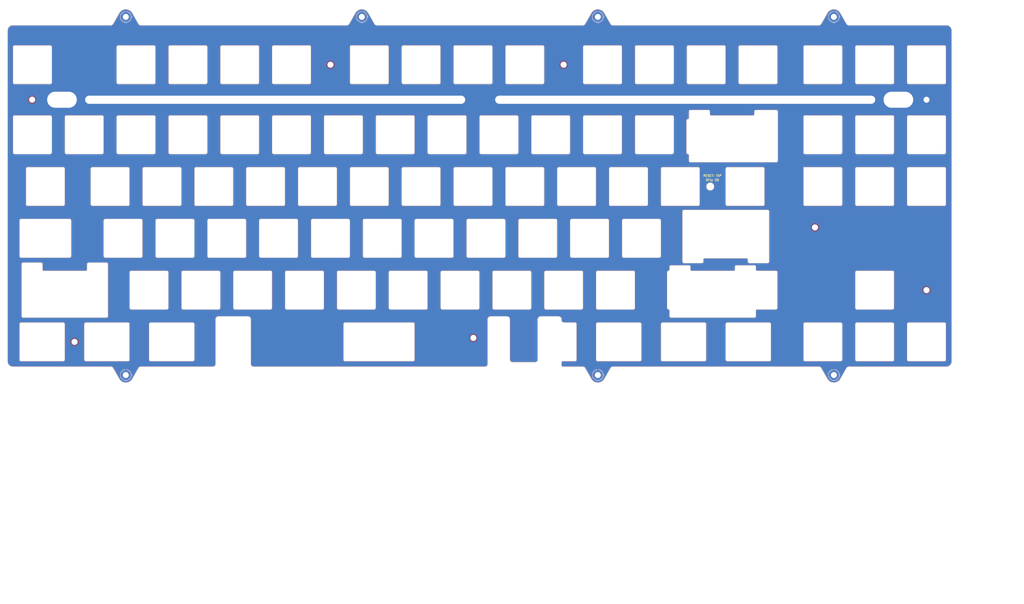
<source format=kicad_pcb>
(kicad_pcb (version 20210824) (generator pcbnew)
  (title_block (title "Mode Eighty ANSI full plate") (date "2021-09-05") (rev "V1.0") (company "Designed by Gondolindrim") (comment 1 "For Mode Designs"))
  (layers (0 "F.Cu" signal) (31 "B.Cu" signal) (34 "B.Paste" user) (35 "F.Paste" user) (36 "B.SilkS" user "B.Silkscreen") (37 "F.SilkS" user "F.Silkscreen") (38 "B.Mask" user) (39 "F.Mask" user) (44 "Edge.Cuts" user))
  (net 0 "")
  (net 1 "GND")
  (footprint "gondolindrim_kicad_logos:gondolindrim_circuit-tree_10.4x12" (layer "F.Cu") (at 191.65498 151.6569)
    (fp_text reference "GR2" hide)
    (fp_text value "Gondo logo" hide)
  )
  (footprint "m65_plates_library:M2_Countersunk" (layer "F.Cu") (at 369.3475 133.1998)
    (fp_text reference "REF**" hide)
    (fp_text value "M2-COUNTERSUNK")
  )
  (footprint "MountingHole:MountingHole_2.2mm_M2_DIN965_Pad" (layer "F.Cu") (at 280.6655 63.1754 90)
    (fp_text reference "REF**" hide)
    (fp_text value "MountingHole_2.2mm_M2_DIN965_Pad" hide)
  )
  (footprint "MountingHole:MountingHole_2.2mm_M2_DIN965_Pad_TopBottom" (layer "F.Cu") (at 75.0668 164.4485)
    (fp_text reference "REF**" hide)
    (fp_text value "MountingHole_2.2mm_M2_DIN965_Pad_TopBottom" hide)
  )
  (footprint "MountingHole:MountingHole_2.2mm_M2_DIN965_Pad" (layer "F.Cu") (at 129.96525 63.1754 90)
    (fp_text reference "REF**" hide)
    (fp_text value "MountingHole_2.2mm_M2_DIN965_Pad" hide)
  )
  (footprint "m65_plates_library:M2_Countersunk" (layer "F.Cu") (at 328.3475 110.1414)
    (fp_text reference "REF**" hide)
    (fp_text value "M2-COUNTERSUNK")
  )
  (footprint "m80s_library:eighty_logo_17.6x8mm" (layer "F.Cu") (at 136.65498 151.1569)
    (fp_text reference "GR1" hide)
    (fp_text value "Eighty plated logo")
  )
  (footprint "MountingHole:MountingHole_2.2mm_M2_DIN965_Pad" (layer "F.Cu") (at 51.60498 63.1769 90)
    (fp_text reference "REF**" hide)
    (fp_text value "MountingHole_2.2mm_M2_DIN965_Pad" hide)
  )
  (footprint "m65_plates_library:M2_Countersunk" (layer "F.Cu") (at 369.3475 63.1752)
    (fp_text reference "REF**" hide)
    (fp_text value "M2-COUNTERSUNK")
  )
  (footprint "MountingHole:MountingHole_2.2mm_M2_DIN965_Pad" (layer "F.Cu") (at 359.0155 63.1754 90)
    (fp_text reference "REF**" hide)
    (fp_text value "MountingHole_2.2mm_M2_DIN965_Pad" hide)
  )
  (footprint "MountingHole:MountingHole_2.2mm_M2_DIN965_Pad_TopBottom" (layer "F.Cu") (at 161.8115 32.69139)
    (fp_text reference "REF**" hide)
    (fp_text value "MountingHole_2.2mm_M2_DIN965_Pad_TopBottom" hide)
  )
  (footprint "m65_plates_library:M2_Countersunk" (layer "F.Cu") (at 40.65498 63.1569)
    (fp_text reference "REF**" hide)
    (fp_text value "M2-COUNTERSUNK")
  )
  (footprint "m65_plates_library:M2_Countersunk" (layer "F.Cu") (at 150.2715 50.2981)
    (fp_text reference "REF**" hide)
    (fp_text value "M2-COUNTERSUNK")
  )
  (footprint "MountingHole:MountingHole_2.2mm_M2_DIN965_Pad_TopBottom" (layer "F.Cu") (at 335.3005 164.4485)
    (fp_text reference "REF**" hide)
    (fp_text value "MountingHole_2.2mm_M2_DIN965_Pad_TopBottom" hide)
  )
  (footprint "MountingHole:MountingHole_2.2mm_M2_DIN965_Pad_TopBottom" (layer "F.Cu") (at 75.0668 32.69139)
    (fp_text reference "REF**" hide)
    (fp_text value "MountingHole_2.2mm_M2_DIN965_Pad_TopBottom" hide)
  )
  (footprint "MountingHole:MountingHole_2.2mm_M2_DIN965_Pad_TopBottom" (layer "F.Cu") (at 335.3005 32.69139)
    (fp_text reference "REF**" hide)
    (fp_text value "MountingHole_2.2mm_M2_DIN965_Pad_TopBottom" hide)
  )
  (footprint "MountingHole:MountingHole_2.2mm_M2_DIN965_Pad_TopBottom" (layer "F.Cu") (at 248.5555 32.69139)
    (fp_text reference "REF**" hide)
    (fp_text value "MountingHole_2.2mm_M2_DIN965_Pad_TopBottom" hide)
  )
  (footprint "m65_plates_library:M2_Countersunk" (layer "F.Cu") (at 56.2216 152.2505)
    (fp_text reference "REF**" hide)
    (fp_text value "M2-COUNTERSUNK")
  )
  (footprint "m65_plates_library:M2_Countersunk" (layer "F.Cu") (at 235.9965 50.2993)
    (fp_text reference "REF**" hide)
    (fp_text value "M2-COUNTERSUNK")
  )
  (footprint "MountingHole:MountingHole_2.2mm_M2_DIN965_Pad_TopBottom" (layer "F.Cu") (at 248.5555 164.4485)
    (fp_text reference "REF**" hide)
    (fp_text value "MountingHole_2.2mm_M2_DIN965_Pad_TopBottom" hide)
  )
  (footprint "m65_plates_library:M2_Countersunk" (layer "F.Cu") (at 202.8015 150.7885)
    (fp_text reference "REF**" hide)
    (fp_text value "M2-COUNTERSUNK")
  )
  (gr_arc (start 205.6845 69.5508) (end 205.6845 69.0508) (angle -90) (layer "Edge.Cuts") (width 0.1))
  (gr_line (start 38.99651 88.1008) (end 51.9961 88.1008) (layer "Edge.Cuts") (width 0.1))
  (gr_line (start 177.1095 43.30089) (end 190.1085 43.30089) (layer "Edge.Cuts") (width 0.1))
  (gr_line (start 257.5715 120.6501) (end 257.5715 107.6508) (layer "Edge.Cuts") (width 0.1))
  (gr_arc (start 248.5555 32.69139) (end 250.885506 31.010387) (angle -108.3821) (layer "Edge.Cuts") (width 0.1))
  (gr_line (start 205.1845 82.5501) (end 205.1845 69.5508) (layer "Edge.Cuts") (width 0.1))
  (gr_line (start 295.6715 158.7495) (end 295.6715 145.7505) (layer "Edge.Cuts") (width 0.1))
  (gr_arc (start 172.3465 126.7009) (end 172.3465 126.2009) (angle -90) (layer "Edge.Cuts") (width 0.1))
  (gr_arc (start 237.7335 82.5501) (end 237.7335 83.0501) (angle -90) (layer "Edge.Cuts") (width 0.1))
  (gr_arc (start 205.6845 82.5501) (end 205.1845 82.5501) (angle -90) (layer "Edge.Cuts") (width 0.1))
  (gr_arc (start 186.6345 69.5508) (end 186.6345 69.0508) (angle -90) (layer "Edge.Cuts") (width 0.1))
  (gr_line (start 274.9905 125.7122) (end 274.9905 124.7009) (layer "Edge.Cuts") (width 0.1))
  (gr_arc (start 209.1395 144.0005) (end 209.1395 143.0005) (angle -90) (layer "Edge.Cuts") (width 0.1))
  (gr_arc (start 51.9961 101.6001) (end 51.9961 102.1001) (angle -90) (layer "Edge.Cuts") (width 0.1))
  (gr_line (start 156.2305 35.691394) (end 80.6476 35.691394) (layer "Edge.Cuts") (width 0.1))
  (gr_line (start 90.8841 56.7999) (end 90.8841 43.80089) (layer "Edge.Cuts") (width 0.1))
  (gr_line (start 219.1835 69.5508) (end 219.1835 82.5501) (layer "Edge.Cuts") (width 0.1))
  (gr_line (start 104.8834 43.80089) (end 104.8834 56.7999) (layer "Edge.Cuts") (width 0.1))
  (gr_line (start 176.6095 101.6001) (end 176.6095 88.6008) (layer "Edge.Cuts") (width 0.1))
  (gr_arc (start 139.0095 88.6008) (end 139.0095 88.1008) (angle -90) (layer "Edge.Cuts") (width 0.1))
  (gr_line (start 229.4965 126.2009) (end 242.4965 126.2009) (layer "Edge.Cuts") (width 0.1))
  (gr_arc (start 227.5655 144.0005) (end 227.5655 143.0005) (angle -90) (layer "Edge.Cuts") (width 0.1))
  (gr_arc (start 305.6845 68.5508) (end 305.6845 69.0508) (angle -90) (layer "Edge.Cuts") (width 0.1))
  (gr_line (start 362.8465 145.2505) (end 375.8465 145.2505) (layer "Edge.Cuts") (width 0.1))
  (gr_line (start 209.6585 43.80089) (end 209.6585 56.7999) (layer "Edge.Cuts") (width 0.1))
  (gr_arc (start 243.7845 56.7999) (end 243.2845 56.7999) (angle -90) (layer "Edge.Cuts") (width 0.1))
  (gr_arc (start 85.3334 82.5501) (end 85.3334 83.0501) (angle -90) (layer "Edge.Cuts") (width 0.1))
  (gr_line (start 190.6085 88.6008) (end 190.6085 101.6001) (layer "Edge.Cuts") (width 0.1))
  (gr_arc (start 75.0668 32.69139) (end 77.396806 31.010387) (angle -108.3821) (layer "Edge.Cuts") (width 0.1))
  (gr_arc (start 243.7845 82.5501) (end 243.2845 82.5501) (angle -90) (layer "Edge.Cuts") (width 0.1))
  (gr_arc (start 356.7965 126.7009) (end 357.2965 126.7009) (angle -90) (layer "Edge.Cuts") (width 0.1))
  (gr_line (start 324.2465 158.7505) (end 324.2465 145.7505) (layer "Edge.Cuts") (width 0.1))
  (gr_line (start 69.486 35.691394) (end 33.53043 35.691394) (layer "Edge.Cuts") (width 0.1))
  (gr_arc (start 239.0215 120.6501) (end 238.5215 120.6501) (angle -90) (layer "Edge.Cuts") (width 0.1))
  (gr_line (start 262.8345 43.30089) (end 275.8335 43.30089) (layer "Edge.Cuts") (width 0.1))
  (gr_line (start 237.7335 83.0501) (end 224.7345 83.0501) (layer "Edge.Cuts") (width 0.1))
  (gr_arc (start 314.0835 67.5508) (end 314.5835 67.5508) (angle -90) (layer "Edge.Cuts") (width 0.1))
  (gr_line (start 243.8435 161.9525) (end 246.2255 166.1295) (layer "Edge.Cuts") (width 0.1))
  (gr_arc (start 181.8715 107.6508) (end 181.8715 107.1508) (angle -90) (layer "Edge.Cuts") (width 0.1))
  (gr_line (start 114.6966 139.7005) (end 114.6966 126.7009) (layer "Edge.Cuts") (width 0.1))
  (gr_line (start 253.2685 35.186853) (end 250.8855 31.01039) (layer "Edge.Cuts") (width 0.1))
  (gr_line (start 228.7085 88.6008) (end 228.7085 101.6001) (layer "Edge.Cuts") (width 0.1))
  (gr_line (start 172.3465 126.2009) (end 185.3465 126.2009) (layer "Edge.Cuts") (width 0.1))
  (gr_arc (start 194.8715 107.6508) (end 195.3715 107.6508) (angle -90) (layer "Edge.Cuts") (width 0.1))
  (gr_arc (start 104.3834 43.80089) (end 104.8834 43.80089) (angle -90) (layer "Edge.Cuts") (width 0.1))
  (gr_line (start 357.2965 43.80089) (end 357.2965 56.7999) (layer "Edge.Cuts") (width 0.1))
  (gr_arc (start 121.9335 160.4485) (end 120.9335 160.4485) (angle -90) (layer "Edge.Cuts") (width 0.1))
  (gr_arc (start 33.53043 159.4485) (end 31.530429 159.4485) (angle -90) (layer "Edge.Cuts") (width 0.1))
  (gr_arc (start 118.6709 107.6508) (end 119.1709 107.6508) (angle -90) (layer "Edge.Cuts") (width 0.1))
  (gr_line (start 133.7465 139.7005) (end 133.7465 126.7009) (layer "Edge.Cuts") (width 0.1))
  (gr_line (start 357.2965 145.7505) (end 357.2965 158.7505) (layer "Edge.Cuts") (width 0.1))
  (gr_line (start 157.5595 101.6001) (end 157.5595 88.6008) (layer "Edge.Cuts") (width 0.1))
  (gr_line (start 362.8465 43.30089) (end 375.8465 43.30089) (layer "Edge.Cuts") (width 0.1))
  (gr_line (start 161.5335 83.0501) (end 148.5325 83.0501) (layer "Edge.Cuts") (width 0.1))
  (gr_arc (start 167.5845 69.5508) (end 167.5845 69.0508) (angle -90) (layer "Edge.Cuts") (width 0.1))
  (gr_line (start 266.8085 88.6008) (end 266.8085 101.6001) (layer "Edge.Cuts") (width 0.1))
  (gr_line (start 246.2255 31.01039) (end 243.8435 35.186853) (layer "Edge.Cuts") (width 0.1))
  (gr_arc (start 335.3005 32.69139) (end 337.630506 31.010387) (angle -108.3821) (layer "Edge.Cuts") (width 0.1))
  (gr_arc (start 248.5465 139.7005) (end 248.0465 139.7005) (angle -90) (layer "Edge.Cuts") (width 0.1))
  (gr_line (start 275.8335 57.2999) (end 262.8345 57.2999) (layer "Edge.Cuts") (width 0.1))
  (gr_arc (start 223.4465 126.7009) (end 223.9465 126.7009) (angle -90) (layer "Edge.Cuts") (width 0.1))
  (gr_arc (start 109.1459 139.7005) (end 109.1459 140.2005) (angle -90) (layer "Edge.Cuts") (width 0.1))
  (gr_arc (start 158.0595 43.80089) (end 158.0595 43.30089) (angle -90) (layer "Edge.Cuts") (width 0.1))
  (gr_arc (start 228.2085 43.80089) (end 228.7085 43.80089) (angle -90) (layer "Edge.Cuts") (width 0.1))
  (gr_line (start 138.5095 101.6001) (end 138.5095 88.6008) (layer "Edge.Cuts") (width 0.1))
  (gr_arc (start 161.5335 82.5501) (end 161.5335 83.0501) (angle -90) (layer "Edge.Cuts") (width 0.1))
  (gr_line (start 94.8584 102.1001) (end 81.8591 102.1001) (layer "Edge.Cuts") (width 0.1))
  (gr_arc (start 37.36515 123.7009) (end 37.36515 123.2009) (angle -90) (layer "Edge.Cuts") (width 0.1))
  (gr_line (start 242.9965 126.7009) (end 242.9965 139.7005) (layer "Edge.Cuts") (width 0.1))
  (gr_line (start 124.2216 120.6501) (end 124.2216 107.6508) (layer "Edge.Cuts") (width 0.1))
  (gr_line (start 252.5215 107.6508) (end 252.5215 120.6501) (layer "Edge.Cuts") (width 0.1))
  (gr_arc (start 44.8648 125.7009) (end 44.3648 125.7009) (angle -90) (layer "Edge.Cuts") (width 0.1))
  (gr_line (start 60.9153 125.7009) (end 60.9153 123.7009) (layer "Edge.Cuts") (width 0.1))
  (gr_arc (start 137.7215 107.6508) (end 138.2215 107.6508) (angle -90) (layer "Edge.Cuts") (width 0.1))
  (gr_arc (start 191.3965 126.7009) (end 191.3965 126.2009) (angle -90) (layer "Edge.Cuts") (width 0.1))
  (gr_arc (start 218.6835 69.5508) (end 219.1835 69.5508) (angle -90) (layer "Edge.Cuts") (width 0.1))
  (gr_arc (start 66.2834 82.5501) (end 66.2834 83.0501) (angle -90) (layer "Edge.Cuts") (width 0.1))
  (gr_line (start 376.3465 43.80089) (end 376.3465 56.7999) (layer "Edge.Cuts") (width 0.1))
  (gr_line (start 357.2965 126.7009) (end 357.2965 139.7005) (layer "Edge.Cuts") (width 0.1))
  (gr_arc (start 124.7216 120.6501) (end 124.2216 120.6501) (angle -90) (layer "Edge.Cuts") (width 0.1))
  (gr_line (start 195.6595 101.6001) (end 195.6595 88.6008) (layer "Edge.Cuts") (width 0.1))
  (gr_arc (start 190.1085 88.6008) (end 190.6085 88.6008) (angle -90) (layer "Edge.Cuts") (width 0.1))
  (gr_line (start 275.8335 83.0501) (end 262.8345 83.0501) (layer "Edge.Cuts") (width 0.1))
  (gr_arc (start 247.2585 101.6001) (end 247.2585 102.1001) (angle -90) (layer "Edge.Cuts") (width 0.1))
  (gr_arc (start 314.0835 85.5511) (end 314.0835 86.0511) (angle -90) (layer "Edge.Cuts") (width 0.1))
  (gr_line (start 234.2595 88.1008) (end 247.2585 88.1008) (layer "Edge.Cuts") (width 0.1))
  (gr_line (start 43.8648 123.2009) (end 37.36515 123.2009) (layer "Edge.Cuts") (width 0.1))
  (gr_arc (start 196.1595 101.6001) (end 195.6595 101.6001) (angle -90) (layer "Edge.Cuts") (width 0.1))
  (gr_arc (start 60.4264 158.7495) (end 59.9264 158.7495) (angle -90) (layer "Edge.Cuts") (width 0.1))
  (gr_arc (start 47.2336 43.80089) (end 47.7336 43.80089) (angle -90) (layer "Edge.Cuts") (width 0.1))
  (gr_line (start 180.5835 159.2505) (end 155.6765 159.2505) (layer "Edge.Cuts") (width 0.1))
  (gr_line (start 152.0085 102.1001) (end 139.0095 102.1001) (layer "Edge.Cuts") (width 0.1))
  (gr_arc (start 281.7335 70.9229) (end 281.683788 70.425377) (angle -84.294) (layer "Edge.Cuts") (width 0.1))
  (gr_line (start 76.3084 88.6008) (end 76.3084 101.6001) (layer "Edge.Cuts") (width 0.1))
  (gr_line (start 224.2345 82.5501) (end 224.2345 69.5508) (layer "Edge.Cuts") (width 0.1))
  (gr_arc (start 34.234 82.5501) (end 33.734 82.5501) (angle -90) (layer "Edge.Cuts") (width 0.1))
  (gr_line (start 108.1394 160.4485) (end 108.1394 144.0005) (layer "Edge.Cuts") (width 0.1))
  (gr_line (start 343.7965 126.2009) (end 356.7965 126.2009) (layer "Edge.Cuts") (width 0.1))
  (gr_arc (start 142.4835 43.80089) (end 142.9835 43.80089) (angle -90) (layer "Edge.Cuts") (width 0.1))
  (gr_arc (start 66.2834 69.5508) (end 66.7834 69.5508) (angle -90) (layer "Edge.Cuts") (width 0.1))
  (gr_arc (start 213.9215 107.6508) (end 214.4215 107.6508) (angle -90) (layer "Edge.Cuts") (width 0.1))
  (gr_arc (start 375.8465 56.7999) (end 375.8465 57.2999) (angle -90) (layer "Edge.Cuts") (width 0.1))
  (gr_line (start 210.4465 126.2009) (end 223.4465 126.2009) (layer "Edge.Cuts") (width 0.1))
  (gr_line (start 176.3215 107.6508) (end 176.3215 120.6501) (layer "Edge.Cuts") (width 0.1))
  (gr_arc (start 356.7965 82.5501) (end 356.7965 83.0501) (angle -90) (layer "Edge.Cuts") (width 0.1))
  (gr_arc (start 281.8845 43.80089) (end 281.8845 43.30089) (angle -90) (layer "Edge.Cuts") (width 0.1))
  (gr_arc (start 248.5465 126.7009) (end 248.5465 126.2009) (angle -90) (layer "Edge.Cuts") (width 0.1))
  (gr_line (start 156.7715 121.1501) (end 143.7715 121.1501) (layer "Edge.Cuts") (width 0.1))
  (gr_line (start 69.486 161.4485) (end 33.53043 161.4485) (layer "Edge.Cuts") (width 0.1))
  (gr_arc (start 166.2965 139.7005) (end 166.2965 140.2005) (angle -90) (layer "Edge.Cuts") (width 0.1))
  (gr_circle (center 289.858499 95.1003) (end 291.158499 95.1003) (layer "Edge.Cuts") (width 0.1) (fill none))
  (gr_line (start 185.3465 140.2005) (end 172.3465 140.2005) (layer "Edge.Cuts") (width 0.1))
  (gr_arc (start 80.5709 120.6501) (end 80.5709 121.1501) (angle -90) (layer "Edge.Cuts") (width 0.1))
  (gr_line (start 143.7715 107.1508) (end 156.7715 107.1508) (layer "Edge.Cuts") (width 0.1))
  (gr_line (start 137.7215 121.1501) (end 124.7216 121.1501) (layer "Edge.Cuts") (width 0.1))
  (gr_line (start 100.1213 145.7505) (end 100.1213 158.7495) (layer "Edge.Cuts") (width 0.1))
  (gr_line (start 294.8835 57.2999) (end 281.8845 57.2999) (layer "Edge.Cuts") (width 0.1))
  (gr_arc (start 286.7525 122.6511) (end 286.7525 123.1511) (angle -90) (layer "Edge.Cuts") (width 0.1))
  (gr_line (start 190.1085 57.2999) (end 177.1095 57.2999) (layer "Edge.Cuts") (width 0.1))
  (gr_line (start 357.2965 69.5508) (end 357.2965 82.5501) (layer "Edge.Cuts") (width 0.1))
  (gr_arc (start 337.7465 82.5501) (end 337.7465 83.0501) (angle -90) (layer "Edge.Cuts") (width 0.1))
  (gr_line (start 375.8465 57.2999) (end 362.8465 57.2999) (layer "Edge.Cuts") (width 0.1))
  (gr_arc (start 107.1394 160.4485) (end 107.1394 161.4485) (angle -90) (layer "Edge.Cuts") (width 0.1))
  (gr_line (start 190.8965 139.7005) (end 190.8965 126.7009) (layer "Edge.Cuts") (width 0.1))
  (gr_line (start 242.4965 140.2005) (end 229.4965 140.2005) (layer "Edge.Cuts") (width 0.1))
  (gr_arc (start 343.7965 139.7005) (end 343.2965 139.7005) (angle -90) (layer "Edge.Cuts") (width 0.1))
  (gr_arc (start 209.1585 43.80089) (end 209.6585 43.80089) (angle -90) (layer "Edge.Cuts") (width 0.1))
  (gr_line (start 271.0715 121.1501) (end 258.0715 121.1501) (layer "Edge.Cuts") (width 0.1))
  (gr_line (start 176.6095 56.7999) (end 176.6095 43.80089) (layer "Edge.Cuts") (width 0.1))
  (gr_line (start 85.3334 57.2999) (end 72.3341 57.2999) (layer "Edge.Cuts") (width 0.1))
  (gr_arc (start 282.9905 125.7009) (end 282.4905 125.7009) (angle -90) (layer "Edge.Cuts") (width 0.1))
  (gr_line (start 104.3834 83.0501) (end 91.3841 83.0501) (layer "Edge.Cuts") (width 0.1))
  (gr_line (start 313.9335 57.2999) (end 300.9345 57.2999) (layer "Edge.Cuts") (width 0.1))
  (gr_arc (start 262.8345 43.80089) (end 262.8345 43.30089) (angle -90) (layer "Edge.Cuts") (width 0.1))
  (gr_arc (start 329.7205 162.4485) (end 330.589131 161.953041) (angle -60.3) (layer "Edge.Cuts") (width 0.1))
  (gr_arc (start 86.6216 107.6508) (end 86.6216 107.1508) (angle -90) (layer "Edge.Cuts") (width 0.1))
  (gr_line (start 214.7095 101.6001) (end 214.7095 88.6008) (layer "Edge.Cuts") (width 0.1))
  (gr_line (start 288.2395 145.7505) (end 288.2395 158.7495) (layer "Edge.Cuts") (width 0.1))
  (gr_line (start 171.0585 57.2999) (end 158.0595 57.2999) (layer "Edge.Cuts") (width 0.1))
  (gr_line (start 157.5595 56.7999) (end 157.5595 43.80089) (layer "Edge.Cuts") (width 0.1))
  (gr_line (start 240.6145 145.7505) (end 240.6145 158.7505) (layer "Edge.Cuts") (width 0.1))
  (gr_arc (start 177.1095 56.7999) (end 176.6095 56.7999) (angle -90) (layer "Edge.Cuts") (width 0.1))
  (gr_arc (start 109.1459 126.7009) (end 109.6459 126.7009) (angle -90) (layer "Edge.Cuts") (width 0.1))
  (gr_arc (start 272.3595 101.6001) (end 271.8595 101.6001) (angle -90) (layer "Edge.Cuts") (width 0.1))
  (gr_line (start 356.7965 83.0501) (end 343.7965 83.0501) (layer "Edge.Cuts") (width 0.1))
  (gr_line (start 171.5585 88.6008) (end 171.5585 101.6001) (layer "Edge.Cuts") (width 0.1))
  (gr_arc (start 266.3085 101.6001) (end 266.3085 102.1001) (angle -90) (layer "Edge.Cuts") (width 0.1))
  (gr_arc (start 248.5465 145.7505) (end 248.5465 145.2505) (angle -90) (layer "Edge.Cuts") (width 0.1))
  (gr_line (start 356.7965 140.2005) (end 343.7965 140.2005) (layer "Edge.Cuts") (width 0.1))
  (gr_arc (start 310.9025 122.6511) (end 310.9025 123.1511) (angle -90) (layer "Edge.Cuts") (width 0.1))
  (gr_line (start 256.7835 83.0501) (end 243.7845 83.0501) (layer "Edge.Cuts") (width 0.1))
  (gr_line (start 376.6735 35.691394) (end 340.8815 35.691394) (layer "Edge.Cuts") (width 0.1))
  (gr_line (start 60.4264 145.2505) (end 75.8088 145.2505) (layer "Edge.Cuts") (width 0.1))
  (gr_line (start 258.0715 107.1508) (end 271.0715 107.1508) (layer "Edge.Cuts") (width 0.1))
  (gr_arc (start 296.1715 158.7495) (end 295.6715 158.7495) (angle -90) (layer "Edge.Cuts") (width 0.1))
  (gr_arc (start 62.8091 101.6001) (end 62.3091 101.6001) (angle -90) (layer "Edge.Cuts") (width 0.1))
  (gr_arc (start 110.4341 56.7999) (end 109.9341 56.7999) (angle -90) (layer "Edge.Cuts") (width 0.1))
  (gr_arc (start 248.5555 164.4485) (end 246.225496 166.129507) (angle -108.3821) (layer "Edge.Cuts") (width 0.1))
  (gr_arc (start 175.8215 107.6508) (end 176.3215 107.6508) (angle -90) (layer "Edge.Cuts") (width 0.1))
  (gr_arc (start 158.0595 56.7999) (end 157.5595 56.7999) (angle -90) (layer "Edge.Cuts") (width 0.1))
  (gr_arc (start 242.4965 126.7009) (end 242.9965 126.7009) (angle -90) (layer "Edge.Cuts") (width 0.1))
  (gr_arc (start 128.1959 139.7005) (end 128.1959 140.2005) (angle -90) (layer "Edge.Cuts") (width 0.1))
  (gr_arc (start 225.5655 158.7985) (end 225.5655 159.7985) (angle -90.00000069) (layer "Edge.Cuts") (width 0.1))
  (gr_line (start 281.3845 56.7999) (end 281.3845 43.80089) (layer "Edge.Cuts") (width 0.1))
  (gr_line (start 311.5525 159.2495) (end 296.1715 159.2495) (layer "Edge.Cuts") (width 0.1))
  (gr_arc (start 171.0585 88.6008) (end 171.5585 88.6008) (angle -90) (layer "Edge.Cuts") (width 0.1))
  (gr_line (start 236.1145 145.2505) (end 240.1145 145.2505) (layer "Edge.Cuts") (width 0.1))
  (gr_arc (start 158.0595 101.6001) (end 157.5595 101.6001) (angle -90) (layer "Edge.Cuts") (width 0.1))
  (gr_line (start 252.0215 121.1501) (end 239.0215 121.1501) (layer "Edge.Cuts") (width 0.1))
  (gr_line (start 307.0395 126.2009) (end 313.9335 126.2009) (layer "Edge.Cuts") (width 0.1))
  (gr_arc (start 129.4827 56.7999) (end 128.9827 56.7999) (angle -90) (layer "Edge.Cuts") (width 0.1))
  (gr_line (start 219.9715 107.1508) (end 232.9715 107.1508) (layer "Edge.Cuts") (width 0.1))
  (gr_line (start 51.9961 102.1001) (end 38.99651 102.1001) (layer "Edge.Cuts") (width 0.1))
  (gr_arc (start 139.0095 101.6001) (end 138.5095 101.6001) (angle -90) (layer "Edge.Cuts") (width 0.1))
  (gr_arc (start 313.9335 126.7009) (end 314.4335 126.700899) (angle -89.99999931) (layer "Edge.Cuts") (width 0.1))
  (gr_line (start 142.9835 69.5508) (end 142.9835 82.5501) (layer "Edge.Cuts") (width 0.1))
  (gr_line (start 314.0835 86.0511) (end 282.6345 86.0511) (layer "Edge.Cuts") (width 0.1))
  (gr_arc (start 215.1395 144.0005) (end 216.1395 144.000499) (angle -89.99999931) (layer "Edge.Cuts") (width 0.1))
  (gr_arc (start 296.1715 88.6008) (end 296.1715 88.1008) (angle -90) (layer "Edge.Cuts") (width 0.1))
  (gr_line (start 105.1716 120.6501) (end 105.1716 107.6508) (layer "Edge.Cuts") (width 0.1))
  (gr_line (start 128.6959 126.7009) (end 128.6959 139.7005) (layer "Edge.Cuts") (width 0.1))
  (gr_line (start 86.6216 107.1508) (end 99.6209 107.1508) (layer "Edge.Cuts") (width 0.1))
  (gr_arc (start 272.3595 88.6008) (end 272.3595 88.1008) (angle -90) (layer "Edge.Cuts") (width 0.1))
  (gr_arc (start 290.1335 68.5508) (end 289.6335 68.5508) (angle -90) (layer "Edge.Cuts") (width 0.1))
  (gr_line (start 47.2336 83.0501) (end 34.234 83.0501) (layer "Edge.Cuts") (width 0.1))
  (gr_line (start 34.234 43.30089) (end 47.2336 43.30089) (layer "Edge.Cuts") (width 0.1))
  (gr_line (start 123.4334 57.2999) (end 110.4341 57.2999) (layer "Edge.Cuts") (width 0.1))
  (gr_line (start 338.2465 145.7505) (end 338.2465 158.7505) (layer "Edge.Cuts") (width 0.1))
  (gr_line (start 233.7595 101.6001) (end 233.7595 88.6008) (layer "Edge.Cuts") (width 0.1))
  (gr_line (start 238.2335 69.5508) (end 238.2335 82.5501) (layer "Edge.Cuts") (width 0.1))
  (gr_line (start 303.8015 122.6511) (end 303.8015 121.9011) (layer "Edge.Cuts") (width 0.1))
  (gr_line (start 54.3773 121.1498) (end 36.61502 121.1498) (layer "Edge.Cuts") (width 0.1))
  (gr_line (start 224.7345 69.0508) (end 237.7335 69.0508) (layer "Edge.Cuts") (width 0.1))
  (gr_arc (start 90.0959 126.7009) (end 90.5959 126.7009) (angle -90) (layer "Edge.Cuts") (width 0.1))
  (gr_arc (start 119.9591 101.6001) (end 119.4591 101.6001) (angle -90) (layer "Edge.Cuts") (width 0.1))
  (gr_line (start 196.1595 43.30089) (end 209.1585 43.30089) (layer "Edge.Cuts") (width 0.1))
  (gr_arc (start 237.7335 69.5508) (end 238.2335 69.5508) (angle -90) (layer "Edge.Cuts") (width 0.1))
  (gr_line (start 313.9335 140.2005) (end 307.0395 140.2005) (layer "Edge.Cuts") (width 0.1))
  (gr_line (start 100.4091 101.6001) (end 100.4091 88.6008) (layer "Edge.Cuts") (width 0.1))
  (gr_line (start 338.2465 69.5508) (end 338.2465 82.5501) (layer "Edge.Cuts") (width 0.1))
  (gr_line (start 99.6209 121.1501) (end 86.6216 121.1501) (layer "Edge.Cuts") (width 0.1))
  (gr_line (start 306.1845 68.5508) (end 306.1845 67.5508) (layer "Edge.Cuts") (width 0.1))
  (gr_arc (start 248.5465 158.7495) (end 248.0465 158.7495) (angle -90) (layer "Edge.Cuts") (width 0.1))
  (gr_arc (start 337.7465 88.6008) (end 338.2465 88.6008) (angle -90) (layer "Edge.Cuts") (width 0.1))
  (gr_arc (start 242.4965 139.7005) (end 242.4965 140.2005) (angle -90) (layer "Edge.Cuts") (width 0.1))
  (gr_arc (start 324.7465 101.6001) (end 324.2465 101.6001) (angle -90) (layer "Edge.Cuts") (width 0.1))
  (gr_arc (start 113.9084 88.6008) (end 114.4084 88.6008) (angle -90) (layer "Edge.Cuts") (width 0.1))
  (gr_line (start 228.7085 43.80089) (end 228.7085 56.7999) (layer "Edge.Cuts") (width 0.1))
  (gr_arc (start 109.1394 144.0005) (end 109.1394 143.0005) (angle -90) (layer "Edge.Cuts") (width 0.1))
  (gr_line (start 299.5405 124.2009) (end 306.0395 124.2009) (layer "Edge.Cuts") (width 0.1))
  (gr_arc (start 375.8465 101.6001) (end 375.8465 102.1001) (angle -90) (layer "Edge.Cuts") (width 0.1))
  (gr_line (start 376.3465 88.6008) (end 376.3465 101.6001) (layer "Edge.Cuts") (width 0.1))
  (gr_line (start 86.1216 120.6501) (end 86.1216 107.6508) (layer "Edge.Cuts") (width 0.1))
  (gr_line (start 208.1395 160.4485) (end 208.1395 144.0005) (layer "Edge.Cuts") (width 0.1))
  (gr_arc (start 313.9335 56.7999) (end 313.9335 57.2999) (angle -90) (layer "Edge.Cuts") (width 0.1))
  (gr_line (start 204.3965 140.2005) (end 191.3965 140.2005) (layer "Edge.Cuts") (width 0.1))
  (gr_arc (start 272.3585 158.7495) (end 271.8585 158.7495) (angle -90) (layer "Edge.Cuts") (width 0.1))
  (gr_arc (start 337.7465 43.80089) (end 338.2465 43.80089) (angle -90) (layer "Edge.Cuts") (width 0.1))
  (gr_arc (start 311.5525 145.7505) (end 312.0525 145.7505) (angle -90) (layer "Edge.Cuts") (width 0.1))
  (gr_arc (start 94.8584 88.6008) (end 95.3584 88.6008) (angle -90) (layer "Edge.Cuts") (width 0.1))
  (gr_line (start 113.9084 102.1001) (end 100.9091 102.1001) (layer "Edge.Cuts") (width 0.1))
  (gr_arc (start 115.1966 126.7009) (end 115.1966 126.2009) (angle -90) (layer "Edge.Cuts") (width 0.1))
  (gr_line (start 232.9715 121.1501) (end 219.9715 121.1501) (layer "Edge.Cuts") (width 0.1))
  (gr_line (start 239.0215 107.1508) (end 252.0215 107.1508) (layer "Edge.Cuts") (width 0.1))
  (gr_arc (start 110.4341 43.80089) (end 110.4341 43.30089) (angle -90) (layer "Edge.Cuts") (width 0.1))
  (gr_arc (start 142.4835 56.7999) (end 142.4835 57.2999) (angle -90) (layer "Edge.Cuts") (width 0.1))
  (gr_line (start 248.5465 145.2505) (end 263.9275 145.2505) (layer "Edge.Cuts") (width 0.1))
  (gr_arc (start 213.9215 120.6501) (end 213.9215 121.1501) (angle -90) (layer "Edge.Cuts") (width 0.1))
  (gr_arc (start 38.99651 101.6001) (end 38.49651 101.6001) (angle -90) (layer "Edge.Cuts") (width 0.1))
  (gr_arc (start 80.6476 162.4485) (end 80.6476 161.4485) (angle -60.3) (layer "Edge.Cuts") (width 0.1))
  (gr_line (start 314.4335 126.7009) (end 314.4335 139.7005) (layer "Edge.Cuts") (width 0.1))
  (gr_arc (start 100.9091 101.6001) (end 100.4091 101.6001) (angle -90) (layer "Edge.Cuts") (width 0.1))
  (gr_line (start 314.4335 43.80089) (end 314.4335 56.7999) (layer "Edge.Cuts") (width 0.1))
  (gr_line (start 228.2085 102.1001) (end 215.2095 102.1001) (layer "Edge.Cuts") (width 0.1))
  (gr_line (start 180.5835 83.0501) (end 167.5845 83.0501) (layer "Edge.Cuts") (width 0.1))
  (gr_arc (start 77.0966 139.7005) (end 76.5966 139.7005) (angle -90) (layer "Edge.Cuts") (width 0.1))
  (gr_arc (start 123.4334 69.5508) (end 123.9334 69.5508) (angle -90) (layer "Edge.Cuts") (width 0.1))
  (gr_arc (start 236.1145 144.2505) (end 235.1145 144.2505) (angle -90) (layer "Edge.Cuts") (width 0.1))
  (gr_line (start 356.7965 159.2505) (end 343.7965 159.2505) (layer "Edge.Cuts") (width 0.1))
  (gr_arc (start 300.9345 56.7999) (end 300.4345 56.7999) (angle -90) (layer "Edge.Cuts") (width 0.1))
  (gr_line (start 362.3465 101.6001) (end 362.3465 88.6008) (layer "Edge.Cuts") (width 0.1))
  (gr_line (start 271.8585 158.7495) (end 271.8585 145.7505) (layer "Edge.Cuts") (width 0.1))
  (gr_arc (start 232.9715 107.6508) (end 233.4715 107.6508) (angle -90) (layer "Edge.Cuts") (width 0.1))
  (gr_arc (start 80.6476 34.69139) (end 79.778968 35.186849) (angle -60.3) (layer "Edge.Cuts") (width 0.1))
  (gr_line (start 330.5885 161.9525) (end 332.9705 166.1295) (layer "Edge.Cuts") (width 0.1))
  (gr_line (start 142.9835 43.80089) (end 142.9835 56.7999) (layer "Edge.Cuts") (width 0.1))
  (gr_line (start 262.3345 82.5501) (end 262.3345 69.5508) (layer "Edge.Cuts") (width 0.1))
  (gr_arc (start 100.9091 88.6008) (end 100.9091 88.1008) (angle -90) (layer "Edge.Cuts") (width 0.1))
  (gr_arc (start 281.9905 124.7009) (end 282.4905 124.7009) (angle -90) (layer "Edge.Cuts") (width 0.1))
  (gr_arc (start 75.8084 101.6001) (end 75.8084 102.1001) (angle -90) (layer "Edge.Cuts") (width 0.1))
  (gr_line (start 62.8091 88.1008) (end 75.8084 88.1008) (layer "Edge.Cuts") (width 0.1))
  (gr_arc (start 217.1395 158.7985) (end 216.1395 158.7985) (angle -90) (layer "Edge.Cuts") (width 0.1))
  (gr_arc (start 75.8088 158.7495) (end 75.8088 159.2495) (angle -90) (layer "Edge.Cuts") (width 0.1))
  (gr_arc (start 362.8465 158.7505) (end 362.3465 158.7505) (angle -90) (layer "Edge.Cuts") (width 0.1))
  (gr_line (start 228.2085 57.2999) (end 215.2095 57.2999) (layer "Edge.Cuts") (width 0.1))
  (gr_arc (start 254.1365 34.69139) (end 253.267868 35.186849) (angle -60.3) (layer "Edge.Cuts") (width 0.1))
  (gr_line (start 134.2465 126.2009) (end 147.2465 126.2009) (layer "Edge.Cuts") (width 0.1))
  (gr_line (start 133.4585 88.6008) (end 133.4585 101.6001) (layer "Edge.Cuts") (width 0.1))
  (gr_arc (start 204.3965 139.7005) (end 204.3965 140.2005) (angle -90) (layer "Edge.Cuts") (width 0.1))
  (gr_line (start 257.2835 43.80089) (end 257.2835 56.7999) (layer "Edge.Cuts") (width 0.1))
  (gr_arc (start 175.8215 120.6501) (end 175.8215 121.1501) (angle -90) (layer "Edge.Cuts") (width 0.1))
  (gr_line (start 186.6345 69.0508) (end 199.6335 69.0508) (layer "Edge.Cuts") (width 0.1))
  (gr_line (start 289.6335 67.5508) (end 289.6335 68.5508) (layer "Edge.Cuts") (width 0.1))
  (gr_line (start 376.3465 145.7505) (end 376.3465 158.7505) (layer "Edge.Cuts") (width 0.1))
  (gr_line (start 155.1765 158.7505) (end 155.1765 145.7505) (layer "Edge.Cuts") (width 0.1))
  (gr_line (start 282.6345 67.0508) (end 289.1335 67.0508) (layer "Edge.Cuts") (width 0.1))
  (gr_arc (start 356.7965 43.80089) (end 357.2965 43.80089) (angle -90) (layer "Edge.Cuts") (width 0.1))
  (gr_line (start 299.0405 125.7009) (end 299.0405 124.7009) (layer "Edge.Cuts") (width 0.1))
  (gr_arc (start 69.486 34.69139) (end 69.486 35.691391) (angle -60.3) (layer "Edge.Cuts") (width 0.1))
  (gr_arc (start 90.0959 139.7005) (end 90.0959 140.2005) (angle -90) (layer "Edge.Cuts") (width 0.1))
  (gr_arc (start 285.3585 101.6001) (end 285.3585 102.1001) (angle -90) (layer "Edge.Cuts") (width 0.1))
  (gr_arc (start 124.7216 107.6508) (end 124.7216 107.1508) (angle -90) (layer "Edge.Cuts") (width 0.1))
  (gr_line (start 214.4215 107.6508) (end 214.4215 120.6501) (layer "Edge.Cuts") (width 0.1))
  (gr_arc (start 167.3925 34.69139) (end 166.523868 35.186849) (angle -60.3) (layer "Edge.Cuts") (width 0.1))
  (gr_arc (start 99.6213 145.7505) (end 100.1213 145.7505) (angle -90) (layer "Edge.Cuts") (width 0.1))
  (gr_arc (start 180.5835 69.5508) (end 181.0835 69.5508) (angle -90) (layer "Edge.Cuts") (width 0.1))
  (gr_arc (start 167.5845 82.5501) (end 167.0845 82.5501) (angle -90) (layer "Edge.Cuts") (width 0.1))
  (gr_line (start 343.7965 43.30089) (end 356.7965 43.30089) (layer "Edge.Cuts") (width 0.1))
  (gr_line (start 109.6459 126.7009) (end 109.6459 139.7005) (layer "Edge.Cuts") (width 0.1))
  (gr_line (start 79.779 35.186853) (end 77.3968 31.01039) (layer "Edge.Cuts") (width 0.1))
  (gr_line (start 200.4215 120.6501) (end 200.4215 107.6508) (layer "Edge.Cuts") (width 0.1))
  (gr_line (start 53.2841 69.0508) (end 66.2834 69.0508) (layer "Edge.Cuts") (width 0.1))
  (gr_arc (start 147.2465 139.7005) (end 147.2465 140.2005) (angle -90) (layer "Edge.Cuts") (width 0.1))
  (gr_arc (start 247.2585 88.6008) (end 247.7585 88.6008) (angle -90) (layer "Edge.Cuts") (width 0.1))
  (gr_arc (start 256.7835 56.7999) (end 256.7835 57.2999) (angle -90) (layer "Edge.Cuts") (width 0.1))
  (gr_arc (start 196.1595 56.7999) (end 195.6595 56.7999) (angle -90) (layer "Edge.Cuts") (width 0.1))
  (gr_line (start 85.3334 83.0501) (end 72.3341 83.0501) (layer "Edge.Cuts") (width 0.1))
  (gr_line (start 214.7095 56.7999) (end 214.7095 43.80089) (layer "Edge.Cuts") (width 0.1))
  (gr_line (start 300.4345 56.7999) (end 300.4345 43.80089) (layer "Edge.Cuts") (width 0.1))
  (gr_line (start 110.4341 69.0508) (end 123.4334 69.0508) (layer "Edge.Cuts") (width 0.1))
  (gr_arc (start 309.1715 88.6008) (end 309.6715 88.6008) (angle -90) (layer "Edge.Cuts") (width 0.1))
  (gr_arc (start 275.8335 43.80089) (end 276.3335 43.80089) (angle -90) (layer "Edge.Cuts") (width 0.1))
  (gr_line (start 209.9465 139.7005) (end 209.9465 126.7009) (layer "Edge.Cuts") (width 0.1))
  (gr_arc (start 148.5325 82.5501) (end 148.0325 82.5501) (angle -90) (layer "Edge.Cuts") (width 0.1))
  (gr_arc (start 261.5465 139.7005) (end 261.5465 140.2005) (angle -90) (layer "Edge.Cuts") (width 0.1))
  (gr_arc (start 99.6213 158.7495) (end 99.6213 159.2495) (angle -90) (layer "Edge.Cuts") (width 0.1))
  (gr_line (start 152.7965 139.7005) (end 152.7965 126.7009) (layer "Edge.Cuts") (width 0.1))
  (gr_arc (start 272.3585 145.7505) (end 272.3585 145.2505) (angle -90) (layer "Edge.Cuts") (width 0.1))
  (gr_arc (start 335.3005 164.4485) (end 332.970496 166.129507) (angle -108.3821) (layer "Edge.Cuts") (width 0.1))
  (gr_arc (start 253.3095 101.6001) (end 252.8095 101.6001) (angle -90) (layer "Edge.Cuts") (width 0.1))
  (gr_arc (start 256.7835 69.5508) (end 257.2835 69.5508) (angle -90) (layer "Edge.Cuts") (width 0.1))
  (gr_arc (start 69.486 162.4485) (end 70.354631 161.953041) (angle -60.3) (layer "Edge.Cuts") (width 0.1))
  (gr_line (start 274.1405 139.7005) (end 274.1405 126.7009) (layer "Edge.Cuts") (width 0.1))
  (gr_arc (start 235.6145 159.7505) (end 235.6145 159.2505) (angle -90) (layer "Edge.Cuts") (width 0.1))
  (gr_arc (start 274.4905 140.6895) (end 274.9905 140.6895) (angle -81.3921) (layer "Edge.Cuts") (width 0.1))
  (gr_arc (start 242.9755 162.4485) (end 243.844131 161.953041) (angle -60.3) (layer "Edge.Cuts") (width 0.1))
  (gr_arc (start 143.7715 107.6508) (end 143.7715 107.1508) (angle -90) (layer "Edge.Cuts") (width 0.1))
  (gr_arc (start 337.7465 69.5508) (end 338.2465 69.5508) (angle -90) (layer "Edge.Cuts") (width 0.1))
  (gr_arc (start 209.1585 56.7999) (end 209.1585 57.2999) (angle -90) (layer "Edge.Cuts") (width 0.1))
  (gr_arc (start 191.3965 139.7005) (end 190.8965 139.7005) (angle -90) (layer "Edge.Cuts") (width 0.1))
  (gr_line (start 118.6709 121.1501) (end 105.6716 121.1501) (layer "Edge.Cuts") (width 0.1))
  (gr_line (start 142.4835 57.2999) (end 129.4827 57.2999) (layer "Edge.Cuts") (width 0.1))
  (gr_line (start 52.4963 145.7505) (end 52.4963 158.7495) (layer "Edge.Cuts") (width 0.1))
  (gr_arc (start 274.6405 126.7009) (end 274.565664 126.206532) (angle -81.3921) (layer "Edge.Cuts") (width 0.1))
  (gr_arc (start 134.2465 139.7005) (end 133.7465 139.7005) (angle -90) (layer "Edge.Cuts") (width 0.1))
  (gr_line (start 280.2515 103.8008) (end 310.9025 103.8008) (layer "Edge.Cuts") (width 0.1))
  (gr_line (start 129.4827 69.0508) (end 142.4835 69.0508) (layer "Edge.Cuts") (width 0.1))
  (gr_arc (start 200.9215 120.6501) (end 200.4215 120.6501) (angle -90) (layer "Edge.Cuts") (width 0.1))
  (gr_arc (start 123.4334 82.5501) (end 123.4334 83.0501) (angle -90) (layer "Edge.Cuts") (width 0.1))
  (gr_arc (start 91.3841 56.7999) (end 90.8841 56.7999) (angle -90) (layer "Edge.Cuts") (width 0.1))
  (gr_line (start 343.2965 82.5501) (end 343.2965 69.5508) (layer "Edge.Cuts") (width 0.1))
  (gr_arc (start 85.3334 56.7999) (end 85.3334 57.2999) (angle -90) (layer "Edge.Cuts") (width 0.1))
  (gr_arc (start 256.7835 82.5501) (end 256.7835 83.0501) (angle -90) (layer "Edge.Cuts") (width 0.1))
  (gr_line (start 306.0395 143.2015) (end 275.4905 143.2015) (layer "Edge.Cuts") (width 0.1))
  (gr_line (start 62.3091 101.6001) (end 62.3091 88.6008) (layer "Edge.Cuts") (width 0.1))
  (gr_arc (start 343.7965 158.7505) (end 343.2965 158.7505) (angle -90) (layer "Edge.Cuts") (width 0.1))
  (gr_arc (start 356.7965 101.6001) (end 356.7965 102.1001) (angle -90) (layer "Edge.Cuts") (width 0.1))
  (gr_arc (start 254.1365 162.4485) (end 254.1365 161.4485) (angle -60.3) (layer "Edge.Cuts") (width 0.1))
  (gr_arc (start 294.8835 56.7999) (end 294.8835 57.2999) (angle -90) (layer "Edge.Cuts") (width 0.1))
  (gr_arc (start 142.4835 69.5508) (end 142.9835 69.5508) (angle -90) (layer "Edge.Cuts") (width 0.1))
  (gr_line (start 109.9341 56.7999) (end 109.9341 43.80089) (layer "Edge.Cuts") (width 0.1))
  (gr_line (start 271.8595 101.6001) (end 271.8595 88.6008) (layer "Edge.Cuts") (width 0.1))
  (gr_arc (start 343.7965 43.80089) (end 343.7965 43.30089) (angle -90) (layer "Edge.Cuts") (width 0.1))
  (gr_line (start 166.2965 140.2005) (end 153.2965 140.2005) (layer "Edge.Cuts") (width 0.1))
  (gr_line (start 91.3841 69.0508) (end 104.3834 69.0508) (layer "Edge.Cuts") (width 0.1))
  (gr_arc (start 36.61502 120.6498) (end 36.11502 120.6498) (angle -90) (layer "Edge.Cuts") (width 0.1))
  (gr_arc (start 104.3834 82.5501) (end 104.3834 83.0501) (angle -90) (layer "Edge.Cuts") (width 0.1))
  (gr_line (start 84.2404 145.2505) (end 99.6213 145.2505) (layer "Edge.Cuts") (width 0.1))
  (gr_line (start 175.8215 121.1501) (end 162.8215 121.1501) (layer "Edge.Cuts") (width 0.1))
  (gr_arc (start 218.6835 82.5501) (end 218.6835 83.0501) (angle -90) (layer "Edge.Cuts") (width 0.1))
  (gr_arc (start 171.0585 56.7999) (end 171.0585 57.2999) (angle -90) (layer "Edge.Cuts") (width 0.1))
  (gr_line (start 77.0966 126.2009) (end 90.0959 126.2009) (layer "Edge.Cuts") (width 0.1))
  (gr_arc (start 75.8088 145.7505) (end 76.3088 145.7505) (angle -90) (layer "Edge.Cuts") (width 0.1))
  (gr_arc (start 34.234 43.80089) (end 34.234 43.30089) (angle -90) (layer "Edge.Cuts") (width 0.1))
  (gr_line (start 343.2965 158.7505) (end 343.2965 145.7505) (layer "Edge.Cuts") (width 0.1))
  (gr_line (start 121.9335 161.4485) (end 207.1395 161.4485) (layer "Edge.Cuts") (width 0.1))
  (gr_arc (start 137.7215 120.6501) (end 137.7215 121.1501) (angle -90) (layer "Edge.Cuts") (width 0.1))
  (gr_line (start 272.3595 88.1008) (end 285.3585 88.1008) (layer "Edge.Cuts") (width 0.1))
  (gr_arc (start 67.5716 120.6501) (end 67.0716 120.6501) (angle -90) (layer "Edge.Cuts") (width 0.1))
  (gr_line (start 191.3965 126.2009) (end 204.3965 126.2009) (layer "Edge.Cuts") (width 0.1))
  (gr_line (start 158.0595 43.30089) (end 171.0585 43.30089) (layer "Edge.Cuts") (width 0.1))
  (gr_line (start 36.11502 120.6498) (end 36.11502 107.6508) (layer "Edge.Cuts") (width 0.1))
  (gr_arc (start 256.7835 43.80089) (end 257.2835 43.80089) (angle -90) (layer "Edge.Cuts") (width 0.1))
  (gr_line (start 281.8845 43.30089) (end 294.8835 43.30089) (layer "Edge.Cuts") (width 0.1))
  (gr_arc (start 282.6345 85.5511) (end 282.1345 85.5511) (angle -90) (layer "Edge.Cuts") (width 0.1))
  (gr_arc (start 324.7465 43.80089) (end 324.7465 43.30089) (angle -90) (layer "Edge.Cuts") (width 0.1))
  (gr_line (start 209.1585 102.1001) (end 196.1595 102.1001) (layer "Edge.Cuts") (width 0.1))
  (gr_line (start 343.7965 145.2505) (end 356.7965 145.2505) (layer "Edge.Cuts") (width 0.1))
  (gr_arc (start 152.0085 88.6008) (end 152.5085 88.6008) (angle -90) (layer "Edge.Cuts") (width 0.1))
  (gr_arc (start 156.2305 34.69139) (end 156.2305 35.691391) (angle -60.3) (layer "Edge.Cuts") (width 0.1))
  (gr_line (start 306.5395 124.7009) (end 306.5395 125.7009) (layer "Edge.Cuts") (width 0.1))
  (gr_arc (start 275.8335 56.7999) (end 275.8335 57.2999) (angle -90) (layer "Edge.Cuts") (width 0.1))
  (gr_line (start 285.8585 88.6008) (end 285.8585 101.6001) (layer "Edge.Cuts") (width 0.1))
  (gr_arc (start 99.6209 107.6508) (end 100.1209 107.6508) (angle -90) (layer "Edge.Cuts") (width 0.1))
  (gr_arc (start 132.9585 88.6008) (end 133.4585 88.6008) (angle -90) (layer "Edge.Cuts") (width 0.1))
  (gr_line (start 51.9963 145.2505) (end 36.61526 145.2505) (layer "Edge.Cuts") (width 0.1))
  (gr_arc (start 287.752499 121.9011) (end 287.752499 121.4011) (angle -90) (layer "Edge.Cuts") (width 0.1))
  (gr_arc (start 128.1959 126.7009) (end 128.6959 126.7009) (angle -90) (layer "Edge.Cuts") (width 0.1))
  (gr_arc (start 304.3015 122.6511) (end 303.8015 122.6511) (angle -90) (layer "Edge.Cuts") (width 0.1))
  (gr_arc (start 275.8335 69.5508) (end 276.3335 69.5508) (angle -90) (layer "Edge.Cuts") (width 0.1))
  (gr_line (start 76.3088 145.7505) (end 76.3088 158.7495) (layer "Edge.Cuts") (width 0.1))
  (gr_line (start 226.5655 144.0005) (end 226.5655 158.7985) (layer "Edge.Cuts") (width 0.1))
  (gr_line (start 100.9091 88.1008) (end 113.9084 88.1008) (layer "Edge.Cuts") (width 0.1))
  (gr_arc (start 310.9025 104.3008) (end 311.4025 104.3008) (angle -90) (layer "Edge.Cuts") (width 0.1))
  (gr_line (start 235.1145 159.7505) (end 235.1145 160.9485) (layer "Edge.Cuts") (width 0.1))
  (gr_arc (start 152.0085 101.6001) (end 152.0085 102.1001) (angle -90) (layer "Edge.Cuts") (width 0.1))
  (gr_arc (start 53.2841 82.5501) (end 52.7841 82.5501) (angle -90) (layer "Edge.Cuts") (width 0.1))
  (gr_arc (start 153.2965 139.7005) (end 152.7965 139.7005) (angle -90) (layer "Edge.Cuts") (width 0.1))
  (gr_line (start 60.4153 126.2009) (end 44.8648 126.2009) (layer "Edge.Cuts") (width 0.1))
  (gr_arc (start 72.3341 43.80089) (end 72.3341 43.30089) (angle -90) (layer "Edge.Cuts") (width 0.1))
  (gr_arc (start 207.1395 160.4485) (end 207.1395 161.4485) (angle -90) (layer "Edge.Cuts") (width 0.1))
  (gr_arc (start 72.3341 82.5501) (end 71.8341 82.5501) (angle -90) (layer "Edge.Cuts") (width 0.1))
  (gr_arc (start 375.8465 145.7505) (end 376.3465 145.7505) (angle -90) (layer "Edge.Cuts") (width 0.1))
  (gr_arc (start 96.1466 126.7009) (end 96.1466 126.2009) (angle -90) (layer "Edge.Cuts") (width 0.1))
  (gr_arc (start 199.6335 82.5501) (end 199.6335 83.0501) (angle -90) (layer "Edge.Cuts") (width 0.1))
  (gr_arc (start 123.4334 43.80089) (end 123.9334 43.80089) (angle -90) (layer "Edge.Cuts") (width 0.1))
  (gr_arc (start 240.1145 158.7505) (end 240.1145 159.2505) (angle -90) (layer "Edge.Cuts") (width 0.1))
  (gr_arc (start 67.9148 123.7009) (end 68.4148 123.7009) (angle -90) (layer "Edge.Cuts") (width 0.1))
  (gr_line (start 185.8465 126.7009) (end 185.8465 139.7005) (layer "Edge.Cuts") (width 0.1))
  (gr_line (start 123.9334 69.5508) (end 123.9334 82.5501) (layer "Edge.Cuts") (width 0.1))
  (gr_line (start 375.8465 102.1001) (end 362.8465 102.1001) (layer "Edge.Cuts") (width 0.1))
  (gr_arc (start 282.6345 67.5508) (end 282.6345 67.0508) (angle -90) (layer "Edge.Cuts") (width 0.1))
  (gr_line (start 306.6845 67.0508) (end 314.0835 67.0508) (layer "Edge.Cuts") (width 0.1))
  (gr_line (start 282.9905 126.2009) (end 298.5405 126.2009) (layer "Edge.Cuts") (width 0.1))
  (gr_arc (start 362.8465 82.5501) (end 362.3465 82.5501) (angle -90) (layer "Edge.Cuts") (width 0.1))
  (gr_line (start 171.8465 139.7005) (end 171.8465 126.7009) (layer "Edge.Cuts") (width 0.1))
  (gr_line (start 233.4715 107.6508) (end 233.4715 120.6501) (layer "Edge.Cuts") (width 0.1))
  (gr_line (start 343.7965 88.1008) (end 356.7965 88.1008) (layer "Edge.Cuts") (width 0.1))
  (gr_line (start 123.9334 43.80089) (end 123.9334 56.7999) (layer "Edge.Cuts") (width 0.1))
  (gr_line (start 243.2845 82.5501) (end 243.2845 69.5508) (layer "Edge.Cuts") (width 0.1))
  (gr_arc (start 306.0395 124.7009) (end 306.5395 124.7009) (angle -90) (layer "Edge.Cuts") (width 0.1))
  (gr_arc (start 156.7715 107.6508) (end 157.2715 107.6508) (angle -90) (layer "Edge.Cuts") (width 0.1))
  (gr_line (start 279.7515 122.6511) (end 279.7515 104.3008) (layer "Edge.Cuts") (width 0.1))
  (gr_arc (start 72.3341 56.7999) (end 71.8341 56.7999) (angle -90) (layer "Edge.Cuts") (width 0.1))
  (gr_line (start 100.1209 107.6508) (end 100.1209 120.6501) (layer "Edge.Cuts") (width 0.1))
  (gr_line (start 262.3345 56.7999) (end 262.3345 43.80089) (layer "Edge.Cuts") (width 0.1))
  (gr_arc (start 53.2841 69.5508) (end 53.2841 69.0508) (angle -90) (layer "Edge.Cuts") (width 0.1))
  (gr_arc (start 99.6209 120.6501) (end 99.6209 121.1501) (angle -90) (layer "Edge.Cuts") (width 0.1))
  (gr_arc (start 337.7465 56.7999) (end 337.7465 57.2999) (angle -90) (layer "Edge.Cuts") (width 0.1))
  (gr_arc (start 51.9961 88.6008) (end 52.4961 88.6008) (angle -90) (layer "Edge.Cuts") (width 0.1))
  (gr_line (start 107.1394 161.4485) (end 80.6476 161.4485) (layer "Edge.Cuts") (width 0.1))
  (gr_arc (start 362.8465 43.80089) (end 362.8465 43.30089) (angle -90) (layer "Edge.Cuts") (width 0.1))
  (gr_arc (start 337.7465 101.6001) (end 337.7465 102.1001) (angle -90) (layer "Edge.Cuts") (width 0.1))
  (gr_arc (start 324.7465 56.7999) (end 324.2465 56.7999) (angle -90) (layer "Edge.Cuts") (width 0.1))
  (gr_line (start 162.3215 120.6501) (end 162.3215 107.6508) (layer "Edge.Cuts") (width 0.1))
  (gr_line (start 262.0465 126.7009) (end 262.0465 139.7005) (layer "Edge.Cuts") (width 0.1))
  (gr_arc (start 224.7345 69.5508) (end 224.7345 69.0508) (angle -90) (layer "Edge.Cuts") (width 0.1))
  (gr_arc (start 235.6145 160.9485) (end 235.1145 160.9485) (angle -90) (layer "Edge.Cuts") (width 0.1))
  (gr_arc (start 77.0966 126.7009) (end 77.0966 126.2009) (angle -90) (layer "Edge.Cuts") (width 0.1))
  (gr_arc (start 223.4465 139.7005) (end 223.4465 140.2005) (angle -90) (layer "Edge.Cuts") (width 0.1))
  (gr_line (start 219.4715 120.6501) (end 219.4715 107.6508) (layer "Edge.Cuts") (width 0.1))
  (gr_line (start 281.2335 82.555) (end 281.2335 70.9229) (layer "Edge.Cuts") (width 0.1))
  (gr_line (start 309.1715 102.1001) (end 296.1715 102.1001) (layer "Edge.Cuts") (width 0.1))
  (gr_arc (start 262.8345 56.7999) (end 262.3345 56.7999) (angle -90) (layer "Edge.Cuts") (width 0.1))
  (gr_line (start 343.2965 139.7005) (end 343.2965 126.7009) (layer "Edge.Cuts") (width 0.1))
  (gr_arc (start 309.1715 101.6001) (end 309.1715 102.1001) (angle -90) (layer "Edge.Cuts") (width 0.1))
  (gr_line (start 324.7465 145.2505) (end 337.7465 145.2505) (layer "Edge.Cuts") (width 0.1))
  (gr_line (start 71.8341 56.7999) (end 71.8341 43.80089) (layer "Edge.Cuts") (width 0.1))
  (gr_arc (start 343.7965 101.6001) (end 343.2965 101.6001) (angle -90) (layer "Edge.Cuts") (width 0.1))
  (gr_arc (start 91.3841 43.80089) (end 91.3841 43.30089) (angle -90) (layer "Edge.Cuts") (width 0.1))
  (gr_arc (start 229.4965 126.7009) (end 229.4965 126.2009) (angle -90) (layer "Edge.Cuts") (width 0.1))
  (gr_line (start 72.7368 31.01039) (end 70.3546 35.186853) (layer "Edge.Cuts") (width 0.1))
  (gr_arc (start 307.0395 140.7005) (end 307.0395 140.2005) (angle -90) (layer "Edge.Cuts") (width 0.1))
  (gr_line (start 119.4591 101.6001) (end 119.4591 88.6008) (layer "Edge.Cuts") (width 0.1))
  (gr_line (start 124.7216 107.1508) (end 137.7215 107.1508) (layer "Edge.Cuts") (width 0.1))
  (gr_line (start 324.7465 43.30089) (end 337.7465 43.30089) (layer "Edge.Cuts") (width 0.1))
  (gr_arc (start 340.8815 162.4485) (end 340.8815 161.4485) (angle -60.3) (layer "Edge.Cuts") (width 0.1))
  (gr_line (start 247.7585 88.6008) (end 247.7585 101.6001) (layer "Edge.Cuts") (width 0.1))
  (gr_arc (start 252.0215 107.6508) (end 252.5215 107.6508) (angle -90) (layer "Edge.Cuts") (width 0.1))
  (gr_line (start 104.3834 57.2999) (end 91.3841 57.2999) (layer "Edge.Cuts") (width 0.1))
  (gr_line (start 158.0595 88.1008) (end 171.0585 88.1008) (layer "Edge.Cuts") (width 0.1))
  (gr_line (start 129.4827 43.30089) (end 142.4835 43.30089) (layer "Edge.Cuts") (width 0.1))
  (gr_line (start 33.734 56.7999) (end 33.734 43.80089) (layer "Edge.Cuts") (width 0.1))
  (gr_arc (start 47.2336 69.5508) (end 47.7336 69.5508) (angle -90) (layer "Edge.Cuts") (width 0.1))
  (gr_arc (start 62.8091 88.6008) (end 62.8091 88.1008) (angle -90) (layer "Edge.Cuts") (width 0.1))
  (gr_line (start 34.234 69.0508) (end 47.2336 69.0508) (layer "Edge.Cuts") (width 0.1))
  (gr_arc (start 86.6216 120.6501) (end 86.1216 120.6501) (angle -90) (layer "Edge.Cuts") (width 0.1))
  (gr_arc (start 200.9215 107.6508) (end 200.9215 107.1508) (angle -90) (layer "Edge.Cuts") (width 0.1))
  (gr_arc (start 119.9591 88.6008) (end 119.9591 88.1008) (angle -90) (layer "Edge.Cuts") (width 0.1))
  (gr_line (start 275.4905 124.2009) (end 281.9905 124.2009) (layer "Edge.Cuts") (width 0.1))
  (gr_line (start 356.7965 102.1001) (end 343.7965 102.1001) (layer "Edge.Cuts") (width 0.1))
  (gr_line (start 311.4025 104.3008) (end 311.4025 122.6511) (layer "Edge.Cuts") (width 0.1))
  (gr_line (start 71.8341 82.5501) (end 71.8341 69.5508) (layer "Edge.Cuts") (width 0.1))
  (gr_line (start 181.3715 120.6501) (end 181.3715 107.6508) (layer "Edge.Cuts") (width 0.1))
  (gr_arc (start 275.4905 124.7009) (end 275.4905 124.2009) (angle -90) (layer "Edge.Cuts") (width 0.1))
  (gr_arc (start 143.7715 120.6501) (end 143.2715 120.6501) (angle -90) (layer "Edge.Cuts") (width 0.1))
  (gr_arc (start 51.9963 158.7495) (end 51.9963 159.2495) (angle -90) (layer "Edge.Cuts") (width 0.1))
  (gr_line (start 190.1085 102.1001) (end 177.1095 102.1001) (layer "Edge.Cuts") (width 0.1))
  (gr_arc (start 34.234 56.7999) (end 33.734 56.7999) (angle -90) (layer "Edge.Cuts") (width 0.1))
  (gr_line (start 376.3465 69.5508) (end 376.3465 82.5501) (layer "Edge.Cuts") (width 0.1))
  (gr_arc (start 72.3341 69.5508) (end 72.3341 69.0508) (angle -90) (layer "Edge.Cuts") (width 0.1))
  (gr_arc (start 296.1715 101.6001) (end 295.6715 101.6001) (angle -90) (layer "Edge.Cuts") (width 0.1))
  (gr_line (start 261.5465 140.2005) (end 248.5465 140.2005) (layer "Edge.Cuts") (width 0.1))
  (gr_line (start 343.2965 101.6001) (end 343.2965 88.6008) (layer "Edge.Cuts") (width 0.1))
  (gr_line (start 52.7841 82.5501) (end 52.7841 69.5508) (layer "Edge.Cuts") (width 0.1))
  (gr_arc (start 274.6405 139.7005) (end 274.1405 139.7005) (angle -81.3921) (layer "Edge.Cuts") (width 0.1))
  (gr_line (start 357.2965 88.6008) (end 357.2965 101.6001) (layer "Edge.Cuts") (width 0.1))
  (gr_arc (start 240.1145 145.7505) (end 240.6145 145.7505) (angle -90) (layer "Edge.Cuts") (width 0.1))
  (gr_arc (start 34.234 69.5508) (end 34.234 69.0508) (angle -90) (layer "Edge.Cuts") (width 0.1))
  (gr_arc (start 67.9148 142.7015) (end 67.9148 143.2015) (angle -90) (layer "Edge.Cuts") (width 0.1))
  (gr_line (start 155.6765 145.2505) (end 180.5835 145.2505) (layer "Edge.Cuts") (width 0.1))
  (gr_line (start 36.11526 158.7495) (end 36.11526 145.7505) (layer "Edge.Cuts") (width 0.1))
  (gr_arc (start 228.2085 88.6008) (end 228.7085 88.6008) (angle -90) (layer "Edge.Cuts") (width 0.1))
  (gr_line (start 68.4148 142.7015) (end 68.4148 123.7009) (layer "Edge.Cuts") (width 0.1))
  (gr_arc (start 148.5325 69.5508) (end 148.5325 69.0508) (angle -90) (layer "Edge.Cuts") (width 0.1))
  (gr_line (start 167.5845 69.0508) (end 180.5835 69.0508) (layer "Edge.Cuts") (width 0.1))
  (gr_line (start 227.5655 143.0005) (end 234.1145 143.0005) (layer "Edge.Cuts") (width 0.1))
  (gr_line (start 157.2715 107.6508) (end 157.2715 120.6501) (layer "Edge.Cuts") (width 0.1))
  (gr_arc (start 281.7335 82.555) (end 281.2335 82.555) (angle -84.294) (layer "Edge.Cuts") (width 0.1))
  (gr_line (start 235.1145 144.0005) (end 235.1145 144.2505) (layer "Edge.Cuts") (width 0.1))
  (gr_line (start 228.9965 139.7005) (end 228.9965 126.7009) (layer "Edge.Cuts") (width 0.1))
  (gr_arc (start 343.7965 69.5508) (end 343.7965 69.0508) (angle -90) (layer "Edge.Cuts") (width 0.1))
  (gr_arc (start 376.6735 159.4485) (end 376.6735 161.4485) (angle -90) (layer "Edge.Cuts") (width 0.1))
  (gr_arc (start 186.6345 82.5501) (end 186.1345 82.5501) (angle -90) (layer "Edge.Cuts") (width 0.1))
  (gr_line (start 215.2095 88.1008) (end 228.2085 88.1008) (layer "Edge.Cuts") (width 0.1))
  (gr_line (start 209.6585 88.6008) (end 209.6585 101.6001) (layer "Edge.Cuts") (width 0.1))
  (gr_arc (start 343.7965 56.7999) (end 343.2965 56.7999) (angle -90) (layer "Edge.Cuts") (width 0.1))
  (gr_line (start 337.7465 83.0501) (end 324.7465 83.0501) (layer "Edge.Cuts") (width 0.1))
  (gr_line (start 36.86515 142.7015) (end 36.86515 123.7009) (layer "Edge.Cuts") (width 0.1))
  (gr_arc (start 60.4153 125.7009) (end 60.4153 126.2009) (angle -90) (layer "Edge.Cuts") (width 0.1))
  (gr_line (start 223.9465 126.7009) (end 223.9465 139.7005) (layer "Edge.Cuts") (width 0.1))
  (gr_line (start 340.0135 35.186853) (end 337.6305 31.01039) (layer "Edge.Cuts") (width 0.1))
  (gr_arc (start 262.8345 82.5501) (end 262.3345 82.5501) (angle -90) (layer "Edge.Cuts") (width 0.1))
  (gr_arc (start 177.1095 43.80089) (end 177.1095 43.30089) (angle -90) (layer "Edge.Cuts") (width 0.1))
  (gr_arc (start 356.7965 145.7505) (end 357.2965 145.7505) (angle -90) (layer "Edge.Cuts") (width 0.1))
  (gr_arc (start 91.3841 82.5501) (end 90.8841 82.5501) (angle -90) (layer "Edge.Cuts") (width 0.1))
  (gr_line (start 153.2965 126.2009) (end 166.2965 126.2009) (layer "Edge.Cuts") (width 0.1))
  (gr_line (start 47.2336 57.2999) (end 34.234 57.2999) (layer "Edge.Cuts") (width 0.1))
  (gr_arc (start 118.6709 120.6501) (end 118.6709 121.1501) (angle -90) (layer "Edge.Cuts") (width 0.1))
  (gr_line (start 356.7965 57.2999) (end 343.7965 57.2999) (layer "Edge.Cuts") (width 0.1))
  (gr_arc (start 85.3334 43.80089) (end 85.8334 43.80089) (angle -90) (layer "Edge.Cuts") (width 0.1))
  (gr_line (start 51.9963 159.2495) (end 36.61526 159.2495) (layer "Edge.Cuts") (width 0.1))
  (gr_line (start 95.6466 139.7005) (end 95.6466 126.7009) (layer "Edge.Cuts") (width 0.1))
  (gr_arc (start 343.7965 82.5501) (end 343.2965 82.5501) (angle -90) (layer "Edge.Cuts") (width 0.1))
  (gr_line (start 215.2095 43.30089) (end 228.2085 43.30089) (layer "Edge.Cuts") (width 0.1))
  (gr_line (start 147.7465 126.7009) (end 147.7465 139.7005) (layer "Edge.Cuts") (width 0.1))
  (gr_line (start 209.1585 57.2999) (end 196.1595 57.2999) (layer "Edge.Cuts") (width 0.1))
  (gr_line (start 70.3546 161.9525) (end 72.7368 166.1295) (layer "Edge.Cuts") (width 0.1))
  (gr_line (start 159.481499 31.01039) (end 157.0995 35.186853) (layer "Edge.Cuts") (width 0.1))
  (gr_line (start 309.6715 88.6008) (end 309.6715 101.6001) (layer "Edge.Cuts") (width 0.1))
  (gr_arc (start 303.3015 121.9011) (end 303.8015 121.901099) (angle -89.99999927) (layer "Edge.Cuts") (width 0.1))
  (gr_line (start 177.1095 88.1008) (end 190.1085 88.1008) (layer "Edge.Cuts") (width 0.1))
  (gr_line (start 142.4835 83.0501) (end 129.4827 83.0501) (layer "Edge.Cuts") (width 0.1))
  (gr_line (start 248.0465 139.7005) (end 248.0465 126.7009) (layer "Edge.Cuts") (width 0.1))
  (gr_arc (start 215.2095 43.80089) (end 215.2095 43.30089) (angle -90) (layer "Edge.Cuts") (width 0.1))
  (gr_arc (start 324.7465 158.7505) (end 324.2465 158.7505) (angle -90) (layer "Edge.Cuts") (width 0.1))
  (gr_arc (start 243.7845 69.5508) (end 243.7845 69.0508) (angle -90) (layer "Edge.Cuts") (width 0.1))
  (gr_line (start 81.3591 101.6001) (end 81.3591 88.6008) (layer "Edge.Cuts") (width 0.1))
  (gr_arc (start 196.1595 88.6008) (end 196.1595 88.1008) (angle -90) (layer "Edge.Cuts") (width 0.1))
  (gr_arc (start 91.3841 69.5508) (end 91.3841 69.0508) (angle -90) (layer "Edge.Cuts") (width 0.1))
  (gr_arc (start 84.2404 145.7505) (end 84.2404 145.2505) (angle -90) (layer "Edge.Cuts") (width 0.1))
  (gr_line (start 296.1715 88.1008) (end 309.1715 88.1008) (layer "Edge.Cuts") (width 0.1))
  (gr_arc (start 261.5465 126.7009) (end 262.0465 126.7009) (angle -90) (layer "Edge.Cuts") (width 0.1))
  (gr_line (start 33.734 82.5501) (end 33.734 69.5508) (layer "Edge.Cuts") (width 0.1))
  (gr_line (start 303.3015 121.4011) (end 287.752499 121.4011) (layer "Edge.Cuts") (width 0.1))
  (gr_arc (start 306.6845 67.5508) (end 306.6845 67.0508) (angle -90) (layer "Edge.Cuts") (width 0.1))
  (gr_arc (start 110.4341 82.5501) (end 109.9341 82.5501) (angle -90) (layer "Edge.Cuts") (width 0.1))
  (gr_arc (start 60.4264 145.7505) (end 60.4264 145.2505) (angle -90) (layer "Edge.Cuts") (width 0.1))
  (gr_arc (start 190.1085 43.80089) (end 190.6085 43.80089) (angle -90) (layer "Edge.Cuts") (width 0.1))
  (gr_arc (start 61.4153 123.7009) (end 61.4153 123.2009) (angle -90) (layer "Edge.Cuts") (width 0.1))
  (gr_line (start 195.6595 56.7999) (end 195.6595 43.80089) (layer "Edge.Cuts") (width 0.1))
  (gr_line (start 375.8465 159.2505) (end 362.8465 159.2505) (layer "Edge.Cuts") (width 0.1))
  (gr_arc (start 219.9715 107.6508) (end 219.9715 107.1508) (angle -90) (layer "Edge.Cuts") (width 0.1))
  (gr_arc (start 180.5835 82.5501) (end 180.5835 83.0501) (angle -90) (layer "Edge.Cuts") (width 0.1))
  (gr_arc (start 75.8084 88.6008) (end 76.3084 88.6008) (angle -90) (layer "Edge.Cuts") (width 0.1))
  (gr_line (start 243.2845 56.7999) (end 243.2845 43.80089) (layer "Edge.Cuts") (width 0.1))
  (gr_line (start 66.7834 69.5508) (end 66.7834 82.5501) (layer "Edge.Cuts") (width 0.1))
  (gr_arc (start 324.7465 82.5501) (end 324.2465 82.5501) (angle -90) (layer "Edge.Cuts") (width 0.1))
  (gr_line (start 52.4961 88.6008) (end 52.4961 101.6001) (layer "Edge.Cuts") (width 0.1))
  (gr_line (start 104.8834 69.5508) (end 104.8834 82.5501) (layer "Edge.Cuts") (width 0.1))
  (gr_line (start 75.8084 102.1001) (end 62.8091 102.1001) (layer "Edge.Cuts") (width 0.1))
  (gr_arc (start 104.3834 56.7999) (end 104.3834 57.2999) (angle -90) (layer "Edge.Cuts") (width 0.1))
  (gr_line (start 54.8773 107.6508) (end 54.8773 120.6498) (layer "Edge.Cuts") (width 0.1))
  (gr_arc (start 229.4965 139.7005) (end 228.9965 139.7005) (angle -90) (layer "Edge.Cuts") (width 0.1))
  (gr_line (start 274.9905 142.7015) (end 274.9905 140.6895) (layer "Edge.Cuts") (width 0.1))
  (gr_arc (start 161.8115 32.69139) (end 164.141506 31.010387) (angle -108.3821) (layer "Edge.Cuts") (width 0.1))
  (gr_arc (start 234.2595 88.6008) (end 234.2595 88.1008) (angle -90) (layer "Edge.Cuts") (width 0.1))
  (gr_arc (start 324.7465 145.7505) (end 324.7465 145.2505) (angle -90) (layer "Edge.Cuts") (width 0.1))
  (gr_arc (start 234.2595 101.6001) (end 233.7595 101.6001) (angle -90) (layer "Edge.Cuts") (width 0.1))
  (gr_arc (start 47.2336 82.5501) (end 47.2336 83.0501) (angle -90) (layer "Edge.Cuts") (width 0.1))
  (gr_arc (start 36.61526 145.7505) (end 36.61526 145.2505) (angle -90) (layer "Edge.Cuts") (width 0.1))
  (gr_arc (start 215.2095 88.6008) (end 215.2095 88.1008) (angle -90) (layer "Edge.Cuts") (width 0.1))
  (gr_arc (start 356.7965 158.7505) (end 356.7965 159.2505) (angle -90) (layer "Edge.Cuts") (width 0.1))
  (gr_line (start 75.8088 159.2495) (end 60.4264 159.2495) (layer "Edge.Cuts") (width 0.1))
  (gr_arc (start 33.53043 37.69139) (end 33.53043 35.691391) (angle -90) (layer "Edge.Cuts") (width 0.1))
  (gr_arc (start 343.7965 145.7505) (end 343.7965 145.2505) (angle -90) (layer "Edge.Cuts") (width 0.1))
  (gr_line (start 262.8345 69.0508) (end 275.8335 69.0508) (layer "Edge.Cuts") (width 0.1))
  (gr_line (start 90.0959 140.2005) (end 77.0966 140.2005) (layer "Edge.Cuts") (width 0.1))
  (gr_arc (start 177.1095 88.6008) (end 177.1095 88.1008) (angle -90) (layer "Edge.Cuts") (width 0.1))
  (gr_line (start 47.7336 69.5508) (end 47.7336 82.5501) (layer "Edge.Cuts") (width 0.1))
  (gr_arc (start 104.3834 69.5508) (end 104.8834 69.5508) (angle -90) (layer "Edge.Cuts") (width 0.1))
  (gr_line (start 162.0335 69.5508) (end 162.0335 82.5501) (layer "Edge.Cuts") (width 0.1))
  (gr_arc (start 375.8465 158.7505) (end 375.8465 159.2505) (angle -90) (layer "Edge.Cuts") (width 0.1))
  (gr_line (start 282.1345 85.5511) (end 282.1345 83.5501) (layer "Edge.Cuts") (width 0.1))
  (gr_line (start 186.1345 82.5501) (end 186.1345 69.5508) (layer "Edge.Cuts") (width 0.1))
  (gr_arc (start 210.4465 126.7009) (end 210.4465 126.2009) (angle -90) (layer "Edge.Cuts") (width 0.1))
  (gr_line (start 257.2835 69.5508) (end 257.2835 82.5501) (layer "Edge.Cuts") (width 0.1))
  (gr_line (start 195.3715 107.6508) (end 195.3715 120.6501) (layer "Edge.Cuts") (width 0.1))
  (gr_arc (start 362.8465 69.5508) (end 362.8465 69.0508) (angle -90) (layer "Edge.Cuts") (width 0.1))
  (gr_arc (start 75.0668 164.4485) (end 72.736796 166.129507) (angle -108.3821) (layer "Edge.Cuts") (width 0.1))
  (gr_arc (start 185.3465 139.7005) (end 185.3465 140.2005) (angle -90) (layer "Edge.Cuts") (width 0.1))
  (gr_line (start 128.1959 140.2005) (end 115.1966 140.2005) (layer "Edge.Cuts") (width 0.1))
  (gr_arc (start 337.7465 158.7505) (end 337.7465 159.2505) (angle -90) (layer "Edge.Cuts") (width 0.1))
  (gr_arc (start 81.8591 88.6008) (end 81.8591 88.1008) (angle -90) (layer "Edge.Cuts") (width 0.1))
  (gr_arc (start 258.0715 107.6508) (end 258.0715 107.1508) (angle -90) (layer "Edge.Cuts") (width 0.1))
  (gr_arc (start 194.8715 120.6501) (end 194.8715 121.1501) (angle -90) (layer "Edge.Cuts") (width 0.1))
  (gr_line (start 59.9264 145.7505) (end 59.9264 158.7495) (layer "Edge.Cuts") (width 0.1))
  (gr_arc (start 129.4827 82.5501) (end 128.9827 82.5501) (angle -90) (layer "Edge.Cuts") (width 0.1))
  (gr_line (start 282.4905 124.7009) (end 282.4905 125.7009) (layer "Edge.Cuts") (width 0.1))
  (gr_arc (start 239.0215 107.6508) (end 239.0215 107.1508) (angle -90) (layer "Edge.Cuts") (width 0.1))
  (gr_arc (start 343.7965 88.6008) (end 343.7965 88.1008) (angle -90) (layer "Edge.Cuts") (width 0.1))
  (gr_line (start 271.5715 107.6508) (end 271.5715 120.6501) (layer "Edge.Cuts") (width 0.1))
  (gr_line (start 362.3465 56.7999) (end 362.3465 43.80089) (layer "Edge.Cuts") (width 0.1))
  (gr_arc (start 177.1095 101.6001) (end 176.6095 101.6001) (angle -90) (layer "Edge.Cuts") (width 0.1))
  (gr_arc (start 219.9715 120.6501) (end 219.4715 120.6501) (angle -90) (layer "Edge.Cuts") (width 0.1))
  (gr_arc (start 243.7845 43.80089) (end 243.7845 43.30089) (angle -90) (layer "Edge.Cuts") (width 0.1))
  (gr_line (start 324.7465 69.0508) (end 337.7465 69.0508) (layer "Edge.Cuts") (width 0.1))
  (gr_line (start 362.3465 158.7505) (end 362.3465 145.7505) (layer "Edge.Cuts") (width 0.1))
  (gr_line (start 47.7336 43.80089) (end 47.7336 56.7999) (layer "Edge.Cuts") (width 0.1))
  (gr_arc (start 343.7965 126.7009) (end 343.7965 126.2009) (angle -90) (layer "Edge.Cuts") (width 0.1))
  (gr_arc (start 162.8215 107.6508) (end 162.8215 107.1508) (angle -90) (layer "Edge.Cuts") (width 0.1))
  (gr_line (start 128.9827 56.7999) (end 128.9827 43.80089) (layer "Edge.Cuts") (width 0.1))
  (gr_arc (start 313.9335 43.80089) (end 314.4335 43.80089) (angle -90) (layer "Edge.Cuts") (width 0.1))
  (gr_arc (start 287.7395 145.7505) (end 288.2395 145.7505) (angle -90) (layer "Edge.Cuts") (width 0.1))
  (gr_line (start 343.7965 69.0508) (end 356.7965 69.0508) (layer "Edge.Cuts") (width 0.1))
  (gr_line (start 243.7845 43.30089) (end 256.7835 43.30089) (layer "Edge.Cuts") (width 0.1))
  (gr_line (start 287.7395 159.2495) (end 272.3585 159.2495) (layer "Edge.Cuts") (width 0.1))
  (gr_line (start 286.7525 123.1511) (end 280.2515 123.1511) (layer "Edge.Cuts") (width 0.1))
  (gr_line (start 243.7845 69.0508) (end 256.7835 69.0508) (layer "Edge.Cuts") (width 0.1))
  (gr_arc (start 67.5716 107.6508) (end 67.5716 107.1508) (angle -90) (layer "Edge.Cuts") (width 0.1))
  (gr_arc (start 147.2465 126.7009) (end 147.7465 126.7009) (angle -90) (layer "Edge.Cuts") (width 0.1))
  (gr_line (start 120.9335 144.0005) (end 120.9335 160.4485) (layer "Edge.Cuts") (width 0.1))
  (gr_arc (start 110.4341 69.5508) (end 110.4341 69.0508) (angle -90) (layer "Edge.Cuts") (width 0.1))
  (gr_line (start 337.7465 159.2505) (end 324.7465 159.2505) (layer "Edge.Cuts") (width 0.1))
  (gr_arc (start 298.5405 125.7009) (end 298.5405 126.2009) (angle -90) (layer "Edge.Cuts") (width 0.1))
  (gr_line (start 66.2834 83.0501) (end 53.2841 83.0501) (layer "Edge.Cuts") (width 0.1))
  (gr_arc (start 204.3965 126.7009) (end 204.8965 126.7009) (angle -90) (layer "Edge.Cuts") (width 0.1))
  (gr_line (start 76.5966 139.7005) (end 76.5966 126.7009) (layer "Edge.Cuts") (width 0.1))
  (gr_arc (start 266.3085 88.6008) (end 266.8085 88.6008) (angle -90) (layer "Edge.Cuts") (width 0.1))
  (gr_arc (start 356.7965 139.7005) (end 356.7965 140.2005) (angle -90) (layer "Edge.Cuts") (width 0.1))
  (gr_line (start 223.4465 140.2005) (end 210.4465 140.2005) (layer "Edge.Cuts") (width 0.1))
  (gr_arc (start 155.6765 158.7505) (end 155.1765 158.7505) (angle -90) (layer "Edge.Cuts") (width 0.1))
  (gr_arc (start 289.1335 67.5508) (end 289.6335 67.5508) (angle -90) (layer "Edge.Cuts") (width 0.1))
  (gr_arc (start 253.3095 88.6008) (end 253.3095 88.1008) (angle -90) (layer "Edge.Cuts") (width 0.1))
  (gr_line (start 362.8465 88.1008) (end 375.8465 88.1008) (layer "Edge.Cuts") (width 0.1))
  (gr_line (start 181.0835 145.7505) (end 181.0835 158.7505) (layer "Edge.Cuts") (width 0.1))
  (gr_line (start 199.6335 83.0501) (end 186.6345 83.0501) (layer "Edge.Cuts") (width 0.1))
  (gr_arc (start 210.4465 139.7005) (end 209.9465 139.7005) (angle -90) (layer "Edge.Cuts") (width 0.1))
  (gr_arc (start 376.6735 37.69139) (end 378.6735 37.69139) (angle -90) (layer "Edge.Cuts") (width 0.1))
  (gr_line (start 256.7835 57.2999) (end 243.7845 57.2999) (layer "Edge.Cuts") (width 0.1))
  (gr_line (start 295.6715 101.6001) (end 295.6715 88.6008) (layer "Edge.Cuts") (width 0.1))
  (gr_arc (start 129.4827 69.5508) (end 129.4827 69.0508) (angle -90) (layer "Edge.Cuts") (width 0.1))
  (gr_line (start 310.9025 123.1511) (end 304.3015 123.1511) (layer "Edge.Cuts") (width 0.1))
  (gr_arc (start 156.7715 120.6501) (end 156.7715 121.1501) (angle -90) (layer "Edge.Cuts") (width 0.1))
  (gr_arc (start 180.5835 158.7505) (end 180.5835 159.2505) (angle -90) (layer "Edge.Cuts") (width 0.1))
  (gr_line (start 80.5709 121.1501) (end 67.5716 121.1501) (layer "Edge.Cuts") (width 0.1))
  (gr_arc (start 54.3773 120.6498) (end 54.3773 121.1498) (angle -90) (layer "Edge.Cuts") (width 0.1))
  (gr_line (start 332.9705 31.01039) (end 330.5885 35.186853) (layer "Edge.Cuts") (width 0.1))
  (gr_line (start 213.9215 121.1501) (end 200.9215 121.1501) (layer "Edge.Cuts") (width 0.1))
  (gr_arc (start 313.9335 139.7005) (end 313.9335 140.2005) (angle -90.00000069) (layer "Edge.Cuts") (width 0.1))
  (gr_arc (start 119.9335 144.0005) (end 120.9335 144.0005) (angle -90) (layer "Edge.Cuts") (width 0.1))
  (gr_arc (start 80.5709 107.6508) (end 81.0709 107.6508) (angle -90) (layer "Edge.Cuts") (width 0.1))
  (gr_arc (start 285.3585 88.6008) (end 285.8585 88.6008) (angle -90) (layer "Edge.Cuts") (width 0.1))
  (gr_arc (start 36.61526 158.7495) (end 36.11526 158.7495) (angle -90) (layer "Edge.Cuts") (width 0.1))
  (gr_arc (start 287.7395 158.7495) (end 287.7395 159.2495) (angle -90) (layer "Edge.Cuts") (width 0.1))
  (gr_arc (start 329.7205 34.69139) (end 329.7205 35.691391) (angle -60.3) (layer "Edge.Cuts") (width 0.1))
  (gr_line (start 200.9215 107.1508) (end 213.9215 107.1508) (layer "Edge.Cuts") (width 0.1))
  (gr_arc (start 96.1466 139.7005) (end 95.6466 139.7005) (angle -90) (layer "Edge.Cuts") (width 0.1))
  (gr_arc (start 166.2965 126.7009) (end 166.7965 126.7009) (angle -90) (layer "Edge.Cuts") (width 0.1))
  (gr_arc (start 51.9963 145.7505) (end 52.4963 145.7505) (angle -90) (layer "Edge.Cuts") (width 0.1))
  (gr_line (start 81.0709 107.6508) (end 81.0709 120.6501) (layer "Edge.Cuts") (width 0.1))
  (gr_arc (start 275.4905 142.7015) (end 274.9905 142.7015) (angle -90) (layer "Edge.Cuts") (width 0.1))
  (gr_line (start 324.2465 56.7999) (end 324.2465 43.80089) (layer "Edge.Cuts") (width 0.1))
  (gr_arc (start 115.1966 139.7005) (end 114.6966 139.7005) (angle -90) (layer "Edge.Cuts") (width 0.1))
  (gr_line (start 338.2465 43.80089) (end 338.2465 56.7999) (layer "Edge.Cuts") (width 0.1))
  (gr_line (start 200.1335 69.5508) (end 200.1335 82.5501) (layer "Edge.Cuts") (width 0.1))
  (gr_arc (start 324.7465 69.5508) (end 324.7465 69.0508) (angle -90) (layer "Edge.Cuts") (width 0.1))
  (gr_arc (start 190.1085 56.7999) (end 190.1085 57.2999) (angle -90) (layer "Edge.Cuts") (width 0.1))
  (gr_arc (start 215.2095 101.6001) (end 214.7095 101.6001) (angle -90) (layer "Edge.Cuts") (width 0.1))
  (gr_arc (start 294.8835 43.80089) (end 295.3835 43.80089) (angle -90) (layer "Edge.Cuts") (width 0.1))
  (gr_line (start 67.5716 107.1508) (end 80.5709 107.1508) (layer "Edge.Cuts") (width 0.1))
  (gr_line (start 105.6716 107.1508) (end 118.6709 107.1508) (layer "Edge.Cuts") (width 0.1))
  (gr_arc (start 215.2095 56.7999) (end 214.7095 56.7999) (angle -90) (layer "Edge.Cuts") (width 0.1))
  (gr_arc (start 280.2515 104.3008) (end 280.2515 103.8008) (angle -90) (layer "Edge.Cuts") (width 0.1))
  (gr_line (start 242.9755 35.691394) (end 167.3925 35.691394) (layer "Edge.Cuts") (width 0.1))
  (gr_line (start 109.1394 143.0005) (end 119.9335 143.0005) (layer "Edge.Cuts") (width 0.1))
  (gr_line (start 264.4275 145.7505) (end 264.4275 158.7495) (layer "Edge.Cuts") (width 0.1))
  (gr_arc (start 134.2465 126.7009) (end 134.2465 126.2009) (angle -90) (layer "Edge.Cuts") (width 0.1))
  (gr_arc (start 37.36515 142.7015) (end 36.86515 142.7015) (angle -90) (layer "Edge.Cuts") (width 0.1))
  (gr_line (start 91.3841 43.30089) (end 104.3834 43.30089) (layer "Edge.Cuts") (width 0.1))
  (gr_arc (start 296.1715 145.7505) (end 296.1715 145.2505) (angle -90) (layer "Edge.Cuts") (width 0.1))
  (gr_arc (start 362.8465 145.7505) (end 362.8465 145.2505) (angle -90) (layer "Edge.Cuts") (width 0.1))
  (gr_line (start 123.4334 83.0501) (end 110.4341 83.0501) (layer "Edge.Cuts") (width 0.1))
  (gr_line (start 109.1459 140.2005) (end 96.1466 140.2005) (layer "Edge.Cuts") (width 0.1))
  (gr_line (start 337.6305 166.1295) (end 340.0135 161.9525) (layer "Edge.Cuts") (width 0.1))
  (gr_arc (start 234.1145 144.0005) (end 235.1145 144.0005) (angle -90) (layer "Edge.Cuts") (width 0.1))
  (gr_arc (start 258.0715 120.6501) (end 257.5715 120.6501) (angle -90) (layer "Edge.Cuts") (width 0.1))
  (gr_arc (start 275.8335 82.5501) (end 275.8335 83.0501) (angle -90) (layer "Edge.Cuts") (width 0.1))
  (gr_arc (start 228.2085 56.7999) (end 228.2085 57.2999) (angle -90) (layer "Edge.Cuts") (width 0.1))
  (gr_line (start 115.1966 126.2009) (end 128.1959 126.2009) (layer "Edge.Cuts") (width 0.1))
  (gr_line (start 38.49651 101.6001) (end 38.49651 88.6008) (layer "Edge.Cuts") (width 0.1))
  (gr_arc (start 180.5835 145.7505) (end 181.0835 145.7505) (angle -90) (layer "Edge.Cuts") (width 0.1))
  (gr_arc (start 43.8648 123.7009) (end 44.3648 123.7009) (angle -90) (layer "Edge.Cuts") (width 0.1))
  (gr_line (start 79.779 161.9525) (end 77.3968 166.1295) (layer "Edge.Cuts") (width 0.1))
  (gr_arc (start 356.7965 69.5508) (end 357.2965 69.5508) (angle -90) (layer "Edge.Cuts") (width 0.1))
  (gr_arc (start 142.4835 82.5501) (end 142.4835 83.0501) (angle -90) (layer "Edge.Cuts") (width 0.1))
  (gr_line (start 337.7465 57.2999) (end 324.7465 57.2999) (layer "Edge.Cuts") (width 0.1))
  (gr_arc (start 38.99651 88.6008) (end 38.99651 88.1008) (angle -90) (layer "Edge.Cuts") (width 0.1))
  (gr_arc (start 172.3465 139.7005) (end 171.8465 139.7005) (angle -90) (layer "Edge.Cuts") (width 0.1))
  (gr_line (start 148.0325 82.5501) (end 148.0325 69.5508) (layer "Edge.Cuts") (width 0.1))
  (gr_line (start 194.8715 121.1501) (end 181.8715 121.1501) (layer "Edge.Cuts") (width 0.1))
  (gr_line (start 204.8965 126.7009) (end 204.8965 139.7005) (layer "Edge.Cuts") (width 0.1))
  (gr_arc (start 113.9084 101.6001) (end 113.9084 102.1001) (angle -90) (layer "Edge.Cuts") (width 0.1))
  (gr_arc (start 85.3334 69.5508) (end 85.8334 69.5508) (angle -90) (layer "Edge.Cuts") (width 0.1))
  (gr_line (start 85.8334 43.80089) (end 85.8334 56.7999) (layer "Edge.Cuts") (width 0.1))
  (gr_arc (start 281.6345 69.9279) (end 281.684211 70.425422) (angle -84.294) (layer "Edge.Cuts") (width 0.1))
  (gr_arc (start 340.8815 34.69139) (end 340.012868 35.186849) (angle -60.3) (layer "Edge.Cuts") (width 0.1))
  (gr_arc (start 199.6335 69.5508) (end 200.1335 69.5508) (angle -90) (layer "Edge.Cuts") (width 0.1))
  (gr_arc (start 281.6345 83.5501) (end 282.1345 83.5501) (angle -84.294) (layer "Edge.Cuts") (width 0.1))
  (gr_line (start 72.3341 69.0508) (end 85.3334 69.0508) (layer "Edge.Cuts") (width 0.1))
  (gr_line (start 181.8715 107.1508) (end 194.8715 107.1508) (layer "Edge.Cuts") (width 0.1))
  (gr_line (start 324.2465 82.5501) (end 324.2465 69.5508) (layer "Edge.Cuts") (width 0.1))
  (gr_arc (start 362.8465 88.6008) (end 362.8465 88.1008) (angle -90) (layer "Edge.Cuts") (width 0.1))
  (gr_arc (start 162.8215 120.6501) (end 162.3215 120.6501) (angle -90) (layer "Edge.Cuts") (width 0.1))
  (gr_line (start 114.4084 88.6008) (end 114.4084 101.6001) (layer "Edge.Cuts") (width 0.1))
  (gr_line (start 205.6845 69.0508) (end 218.6835 69.0508) (layer "Edge.Cuts") (width 0.1))
  (gr_arc (start 105.6716 120.6501) (end 105.1716 120.6501) (angle -90) (layer "Edge.Cuts") (width 0.1))
  (gr_line (start 216.1395 144.0005) (end 216.1395 158.7985) (layer "Edge.Cuts") (width 0.1))
  (gr_line (start 166.5245 35.186853) (end 164.141499 31.01039) (layer "Edge.Cuts") (width 0.1))
  (gr_line (start 96.1466 126.2009) (end 109.1459 126.2009) (layer "Edge.Cuts") (width 0.1))
  (gr_line (start 362.8465 69.0508) (end 375.8465 69.0508) (layer "Edge.Cuts") (width 0.1))
  (gr_arc (start 161.5335 69.5508) (end 162.0335 69.5508) (angle -90) (layer "Edge.Cuts") (width 0.1))
  (gr_line (start 378.6735 159.4485) (end 378.6735 37.69139) (layer "Edge.Cuts") (width 0.1))
  (gr_line (start 252.8095 101.6001) (end 252.8095 88.6008) (layer "Edge.Cuts") (width 0.1))
  (gr_arc (start 375.8465 43.80089) (end 376.3465 43.80089) (angle -90) (layer "Edge.Cuts") (width 0.1))
  (gr_line (start 143.2715 120.6501) (end 143.2715 107.6508) (layer "Edge.Cuts") (width 0.1))
  (gr_arc (start 47.2336 56.7999) (end 47.2336 57.2999) (angle -90) (layer "Edge.Cuts") (width 0.1))
  (gr_line (start 67.9148 143.2015) (end 37.36515 143.2015) (layer "Edge.Cuts") (width 0.1))
  (gr_line (start 99.6213 159.2495) (end 84.2404 159.2495) (layer "Edge.Cuts") (width 0.1))
  (gr_line (start 238.5215 120.6501) (end 238.5215 107.6508) (layer "Edge.Cuts") (width 0.1))
  (gr_arc (start 299.5405 124.7009) (end 299.5405 124.2009) (angle -90) (layer "Edge.Cuts") (width 0.1))
  (gr_line (start 119.9591 88.1008) (end 132.9585 88.1008) (layer "Edge.Cuts") (width 0.1))
  (gr_arc (start 232.9715 120.6501) (end 232.9715 121.1501) (angle -90) (layer "Edge.Cuts") (width 0.1))
  (gr_line (start 242.9755 161.4485) (end 235.6145 161.4485) (layer "Edge.Cuts") (width 0.1))
  (gr_arc (start 209.1585 88.6008) (end 209.6585 88.6008) (angle -90) (layer "Edge.Cuts") (width 0.1))
  (gr_arc (start 181.8715 120.6501) (end 181.3715 120.6501) (angle -90) (layer "Edge.Cuts") (width 0.1))
  (gr_arc (start 196.1595 43.80089) (end 196.1595 43.30089) (angle -90) (layer "Edge.Cuts") (width 0.1))
  (gr_line (start 329.7205 161.4485) (end 254.1365 161.4485) (layer "Edge.Cuts") (width 0.1))
  (gr_line (start 253.2685 161.9525) (end 250.8855 166.1295) (layer "Edge.Cuts") (width 0.1))
  (gr_line (start 247.2585 102.1001) (end 234.2595 102.1001) (layer "Edge.Cuts") (width 0.1))
  (gr_line (start 225.5655 159.7985) (end 217.1395 159.7985) (layer "Edge.Cuts") (width 0.1))
  (gr_arc (start 252.0215 120.6501) (end 252.0215 121.1501) (angle -90) (layer "Edge.Cuts") (width 0.1))
  (gr_arc (start 190.1085 101.6001) (end 190.1085 102.1001) (angle -90) (layer "Edge.Cuts") (width 0.1))
  (gr_arc (start 171.0585 43.80089) (end 171.5585 43.80089) (angle -90) (layer "Edge.Cuts") (width 0.1))
  (gr_arc (start 307.0395 125.7009) (end 306.5395 125.7009) (angle -90) (layer "Edge.Cuts") (width 0.1))
  (gr_arc (start 224.7345 82.5501) (end 224.2345 82.5501) (angle -90) (layer "Edge.Cuts") (width 0.1))
  (gr_line (start 295.3835 43.80089) (end 295.3835 56.7999) (layer "Edge.Cuts") (width 0.1))
  (gr_line (start 343.2965 56.7999) (end 343.2965 43.80089) (layer "Edge.Cuts") (width 0.1))
  (gr_line (start 290.1335 69.0508) (end 305.6845 69.0508) (layer "Edge.Cuts") (width 0.1))
  (gr_line (start 166.7965 126.7009) (end 166.7965 139.7005) (layer "Edge.Cuts") (width 0.1))
  (gr_line (start 209.1395 143.0005) (end 215.1395 143.0005) (layer "Edge.Cuts") (width 0.1))
  (gr_line (start 31.530435 159.4485) (end 31.530435 37.69139) (layer "Edge.Cuts") (width 0.1))
  (gr_arc (start 36.61502 107.6508) (end 36.61502 107.1508) (angle -90) (layer "Edge.Cuts") (width 0.1))
  (gr_line (start 85.8334 69.5508) (end 85.8334 82.5501) (layer "Edge.Cuts") (width 0.1))
  (gr_arc (start 171.0585 101.6001) (end 171.0585 102.1001) (angle -90) (layer "Edge.Cuts") (width 0.1))
  (gr_arc (start 94.8584 101.6001) (end 94.8584 102.1001) (angle -90) (layer "Edge.Cuts") (width 0.1))
  (gr_line (start 138.2215 107.6508) (end 138.2215 120.6501) (layer "Edge.Cuts") (width 0.1))
  (gr_line (start 263.9275 159.2495) (end 248.5465 159.2495) (layer "Edge.Cuts") (width 0.1))
  (gr_line (start 300.9345 43.30089) (end 313.9335 43.30089) (layer "Edge.Cuts") (width 0.1))
  (gr_arc (start 375.8465 88.6008) (end 376.3465 88.6008) (angle -90) (layer "Edge.Cuts") (width 0.1))
  (gr_line (start 314.5835 67.5508) (end 314.5835 85.5511) (layer "Edge.Cuts") (width 0.1))
  (gr_line (start 196.1595 88.1008) (end 209.1585 88.1008) (layer "Edge.Cuts") (width 0.1))
  (gr_arc (start 271.0715 120.6501) (end 271.0715 121.1501) (angle -90) (layer "Edge.Cuts") (width 0.1))
  (gr_arc (start 306.0395 142.7015) (end 306.0395 143.2015) (angle -90) (layer "Edge.Cuts") (width 0.1))
  (gr_arc (start 375.8465 69.5508) (end 376.3465 69.5508) (angle -90) (layer "Edge.Cuts") (width 0.1))
  (gr_line (start 90.5959 126.7009) (end 90.5959 139.7005) (layer "Edge.Cuts") (width 0.1))
  (gr_arc (start 280.2515 122.6511) (end 279.7515 122.6511) (angle -90) (layer "Edge.Cuts") (width 0.1))
  (gr_line (start 152.5085 88.6008) (end 152.5085 101.6001) (layer "Edge.Cuts") (width 0.1))
  (gr_arc (start 356.7965 56.7999) (end 356.7965 57.2999) (angle -90) (layer "Edge.Cuts") (width 0.1))
  (gr_arc (start 242.9755 34.69139) (end 242.9755 35.691391) (angle -60.3) (layer "Edge.Cuts") (width 0.1))
  (gr_line (start 90.8841 82.5501) (end 90.8841 69.5508) (layer "Edge.Cuts") (width 0.1))
  (gr_line (start 329.7205 35.691394) (end 254.1365 35.691394) (layer "Edge.Cuts") (width 0.1))
  (gr_arc (start 158.0595 88.6008) (end 158.0595 88.1008) (angle -90) (layer "Edge.Cuts") (width 0.1))
  (gr_line (start 375.8465 83.0501) (end 362.8465 83.0501) (layer "Edge.Cuts") (width 0.1))
  (gr_line (start 36.61502 107.1508) (end 54.3773 107.1508) (layer "Edge.Cuts") (width 0.1))
  (gr_line (start 306.5395 140.7005) (end 306.5395 142.7015) (layer "Edge.Cuts") (width 0.1))
  (gr_line (start 132.9585 102.1001) (end 119.9591 102.1001) (layer "Edge.Cuts") (width 0.1))
  (gr_arc (start 337.7465 145.7505) (end 338.2465 145.7505) (angle -90) (layer "Edge.Cuts") (width 0.1))
  (gr_line (start 67.0716 120.6501) (end 67.0716 107.6508) (layer "Edge.Cuts") (width 0.1))
  (gr_line (start 285.3585 102.1001) (end 272.3595 102.1001) (layer "Edge.Cuts") (width 0.1))
  (gr_line (start 190.6085 43.80089) (end 190.6085 56.7999) (layer "Edge.Cuts") (width 0.1))
  (gr_arc (start 263.9275 158.7495) (end 263.9275 159.2495) (angle -90) (layer "Edge.Cuts") (width 0.1))
  (gr_line (start 147.2465 140.2005) (end 134.2465 140.2005) (layer "Edge.Cuts") (width 0.1))
  (gr_line (start 167.0845 82.5501) (end 167.0845 69.5508) (layer "Edge.Cuts") (width 0.1))
  (gr_line (start 253.3095 88.1008) (end 266.3085 88.1008) (layer "Edge.Cuts") (width 0.1))
  (gr_line (start 287.2525 122.6511) (end 287.2525 121.9011) (layer "Edge.Cuts") (width 0.1))
  (gr_arc (start 262.8345 69.5508) (end 262.8345 69.0508) (angle -90) (layer "Edge.Cuts") (width 0.1))
  (gr_arc (start 84.2404 158.7495) (end 83.7404 158.7495) (angle -90) (layer "Edge.Cuts") (width 0.1))
  (gr_line (start 376.6735 161.4485) (end 340.8815 161.4485) (layer "Edge.Cuts") (width 0.1))
  (gr_line (start 119.1709 107.6508) (end 119.1709 120.6501) (layer "Edge.Cuts") (width 0.1))
  (gr_arc (start 300.9345 43.80089) (end 300.9345 43.30089) (angle -90) (layer "Edge.Cuts") (width 0.1))
  (gr_line (start 296.1715 145.2505) (end 311.5525 145.2505) (layer "Edge.Cuts") (width 0.1))
  (gr_arc (start 356.7965 88.6008) (end 357.2965 88.6008) (angle -90) (layer "Edge.Cuts") (width 0.1))
  (gr_arc (start 362.8465 56.7999) (end 362.3465 56.7999) (angle -90) (layer "Edge.Cuts") (width 0.1))
  (gr_line (start 248.0465 158.7495) (end 248.0465 145.7505) (layer "Edge.Cuts") (width 0.1))
  (gr_line (start 109.9341 82.5501) (end 109.9341 69.5508) (layer "Edge.Cuts") (width 0.1))
  (gr_line (start 128.9827 82.5501) (end 128.9827 69.5508) (layer "Edge.Cuts") (width 0.1))
  (gr_arc (start 271.0715 107.6508) (end 271.5715 107.6508) (angle -90) (layer "Edge.Cuts") (width 0.1))
  (gr_arc (start 274.4905 125.7122) (end 274.565335 126.206567) (angle -81.3921) (layer "Edge.Cuts") (width 0.1))
  (gr_line (start 95.3584 88.6008) (end 95.3584 101.6001) (layer "Edge.Cuts") (width 0.1))
  (gr_line (start 181.0835 69.5508) (end 181.0835 82.5501) (layer "Edge.Cuts") (width 0.1))
  (gr_line (start 337.7465 102.1001) (end 324.7465 102.1001) (layer "Edge.Cuts") (width 0.1))
  (gr_arc (start 228.2085 101.6001) (end 228.2085 102.1001) (angle -90) (layer "Edge.Cuts") (width 0.1))
  (gr_arc (start 263.9275 145.7505) (end 264.4275 145.7505) (angle -90) (layer "Edge.Cuts") (width 0.1))
  (gr_arc (start 105.6716 107.6508) (end 105.6716 107.1508) (angle -90) (layer "Edge.Cuts") (width 0.1))
  (gr_arc (start 81.8591 101.6001) (end 81.3591 101.6001) (angle -90) (layer "Edge.Cuts") (width 0.1))
  (gr_arc (start 185.3465 126.7009) (end 185.8465 126.7009) (angle -90) (layer "Edge.Cuts") (width 0.1))
  (gr_line (start 83.7404 158.7495) (end 83.7404 145.7505) (layer "Edge.Cuts") (width 0.1))
  (gr_line (start 248.5465 126.2009) (end 261.5465 126.2009) (layer "Edge.Cuts") (width 0.1))
  (gr_arc (start 54.3773 107.6508) (end 54.8773 107.6508) (angle -90) (layer "Edge.Cuts") (width 0.1))
  (gr_line (start 72.3341 43.30089) (end 85.3334 43.30089) (layer "Edge.Cuts") (width 0.1))
  (gr_arc (start 311.5525 158.7495) (end 311.5525 159.2495) (angle -90) (layer "Edge.Cuts") (width 0.1))
  (gr_arc (start 209.1585 101.6001) (end 209.1585 102.1001) (angle -90) (layer "Edge.Cuts") (width 0.1))
  (gr_line (start 338.2465 88.6008) (end 338.2465 101.6001) (layer "Edge.Cuts") (width 0.1))
  (gr_line (start 240.1145 159.2505) (end 235.6145 159.2505) (layer "Edge.Cuts") (width 0.1))
  (gr_arc (start 375.8465 82.5501) (end 375.8465 83.0501) (angle -90) (layer "Edge.Cuts") (width 0.1))
  (gr_line (start 81.8591 88.1008) (end 94.8584 88.1008) (layer "Edge.Cuts") (width 0.1))
  (gr_arc (start 362.8465 101.6001) (end 362.3465 101.6001) (angle -90) (layer "Edge.Cuts") (width 0.1))
  (gr_line (start 362.3465 82.5501) (end 362.3465 69.5508) (layer "Edge.Cuts") (width 0.1))
  (gr_line (start 324.2465 88.1008) (end 337.7465 88.1008) (layer "Edge.Cuts") (width 0.1))
  (gr_line (start 272.3585 145.2505) (end 287.7395 145.2505) (layer "Edge.Cuts") (width 0.1))
  (gr_line (start 171.5585 43.80089) (end 171.5585 56.7999) (layer "Edge.Cuts") (width 0.1))
  (gr_arc (start 123.4334 56.7999) (end 123.4334 57.2999) (angle -90) (layer "Edge.Cuts") (width 0.1))
  (gr_arc (start 129.4827 43.80089) (end 129.4827 43.30089) (angle -90) (layer "Edge.Cuts") (width 0.1))
  (gr_line (start 276.3335 69.5508) (end 276.3335 82.5501) (layer "Edge.Cuts") (width 0.1))
  (gr_line (start 276.3335 43.80089) (end 276.3335 56.7999) (layer "Edge.Cuts") (width 0.1))
  (gr_arc (start 132.9585 101.6001) (end 132.9585 102.1001) (angle -90) (layer "Edge.Cuts") (width 0.1))
  (gr_line (start 148.5325 69.0508) (end 161.5335 69.0508) (layer "Edge.Cuts") (width 0.1))
  (gr_line (start 110.4341 43.30089) (end 123.4334 43.30089) (layer "Edge.Cuts") (width 0.1))
  (gr_arc (start 281.8845 56.7999) (end 281.3845 56.7999) (angle -90) (layer "Edge.Cuts") (width 0.1))
  (gr_line (start 171.0585 102.1001) (end 158.0595 102.1001) (layer "Edge.Cuts") (width 0.1))
  (gr_line (start 282.1345 69.9279) (end 282.1345 67.5508) (layer "Edge.Cuts") (width 0.1))
  (gr_line (start 139.0095 88.1008) (end 152.0085 88.1008) (layer "Edge.Cuts") (width 0.1))
  (gr_line (start 218.6835 83.0501) (end 205.6845 83.0501) (layer "Edge.Cuts") (width 0.1))
  (gr_line (start 67.9148 123.2009) (end 61.4153 123.2009) (layer "Edge.Cuts") (width 0.1))
  (gr_line (start 44.3648 125.7009) (end 44.3648 123.7009) (layer "Edge.Cuts") (width 0.1))
  (gr_line (start 162.8215 107.1508) (end 175.8215 107.1508) (layer "Edge.Cuts") (width 0.1))
  (gr_line (start 312.0525 145.7505) (end 312.0525 158.7495) (layer "Edge.Cuts") (width 0.1))
  (gr_line (start 324.2465 101.6001) (end 324.2465 88.1008) (layer "Edge.Cuts") (width 0.1))
  (gr_arc (start 153.2965 126.7009) (end 153.2965 126.2009) (angle -90) (layer "Edge.Cuts") (width 0.1))
  (gr_line (start 266.3085 102.1001) (end 253.3095 102.1001) (layer "Edge.Cuts") (width 0.1))
  (gr_arc (start 155.6765 145.7505) (end 155.6765 145.2505) (angle -90) (layer "Edge.Cuts") (width 0.1))
  (gr_text "DFU: 5S" (at 290.658499 92.7003) (layer "F.SilkS") (effects (font (size 0.8 0.8) (thickness 0.16))))
  (gr_text "RESET: TAP" (at 290.658499 91.1003) (layer "F.SilkS") (effects (font (size 0.8 0.8) (thickness 0.16))))
  (zone (net 1) (net_name "GND") (layers F&B.Cu) (connect_pads yes (clearance 0.2)) (min_thickness 0.25) (fill yes (thermal_gap 0.5) (thermal_bridge_width 0.5))
    (polygon (pts (xy 386.01505 169.36339) (xy 28.82755 169.36339) (xy 28.82755 26.48839) (xy 386.01505 26.48839)))
  )
)
</source>
